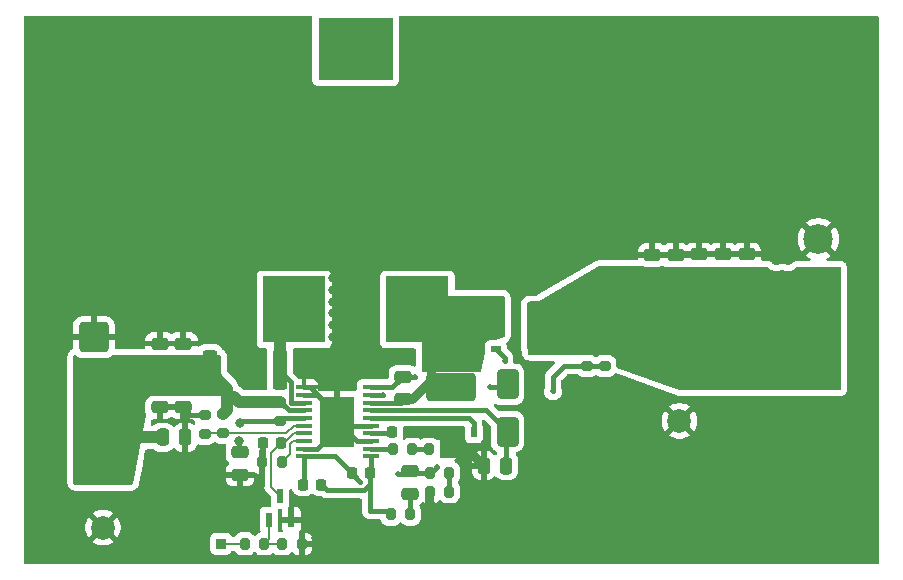
<source format=gbr>
%TF.GenerationSoftware,KiCad,Pcbnew,9.0.6*%
%TF.CreationDate,2026-02-11T18:38:51+01:00*%
%TF.ProjectId,Boost converter,426f6f73-7420-4636-9f6e-766572746572,B*%
%TF.SameCoordinates,Original*%
%TF.FileFunction,Copper,L1,Top*%
%TF.FilePolarity,Positive*%
%FSLAX46Y46*%
G04 Gerber Fmt 4.6, Leading zero omitted, Abs format (unit mm)*
G04 Created by KiCad (PCBNEW 9.0.6) date 2026-02-11 18:38:51*
%MOMM*%
%LPD*%
G01*
G04 APERTURE LIST*
G04 Aperture macros list*
%AMRoundRect*
0 Rectangle with rounded corners*
0 $1 Rounding radius*
0 $2 $3 $4 $5 $6 $7 $8 $9 X,Y pos of 4 corners*
0 Add a 4 corners polygon primitive as box body*
4,1,4,$2,$3,$4,$5,$6,$7,$8,$9,$2,$3,0*
0 Add four circle primitives for the rounded corners*
1,1,$1+$1,$2,$3*
1,1,$1+$1,$4,$5*
1,1,$1+$1,$6,$7*
1,1,$1+$1,$8,$9*
0 Add four rect primitives between the rounded corners*
20,1,$1+$1,$2,$3,$4,$5,0*
20,1,$1+$1,$4,$5,$6,$7,0*
20,1,$1+$1,$6,$7,$8,$9,0*
20,1,$1+$1,$8,$9,$2,$3,0*%
G04 Aperture macros list end*
%TA.AperFunction,SMDPad,CuDef*%
%ADD10R,0.860001X0.509999*%
%TD*%
%TA.AperFunction,SMDPad,CuDef*%
%ADD11RoundRect,0.366000X-0.854000X-1.734717X0.854000X-1.734717X0.854000X1.734717X-0.854000X1.734717X0*%
%TD*%
%TA.AperFunction,SMDPad,CuDef*%
%ADD12R,0.509999X0.860001*%
%TD*%
%TA.AperFunction,SMDPad,CuDef*%
%ADD13RoundRect,0.366000X1.734717X-0.854000X1.734717X0.854000X-1.734717X0.854000X-1.734717X-0.854000X0*%
%TD*%
%TA.AperFunction,SMDPad,CuDef*%
%ADD14RoundRect,0.200000X0.200000X0.275000X-0.200000X0.275000X-0.200000X-0.275000X0.200000X-0.275000X0*%
%TD*%
%TA.AperFunction,SMDPad,CuDef*%
%ADD15R,0.558800X1.270000*%
%TD*%
%TA.AperFunction,ComponentPad*%
%ADD16R,0.850000X0.850000*%
%TD*%
%TA.AperFunction,SMDPad,CuDef*%
%ADD17RoundRect,0.250000X0.475000X-0.250000X0.475000X0.250000X-0.475000X0.250000X-0.475000X-0.250000X0*%
%TD*%
%TA.AperFunction,ComponentPad*%
%ADD18RoundRect,0.250000X1.000000X-1.000000X1.000000X1.000000X-1.000000X1.000000X-1.000000X-1.000000X0*%
%TD*%
%TA.AperFunction,ComponentPad*%
%ADD19C,2.500000*%
%TD*%
%TA.AperFunction,SMDPad,CuDef*%
%ADD20RoundRect,0.250000X-0.475000X0.250000X-0.475000X-0.250000X0.475000X-0.250000X0.475000X0.250000X0*%
%TD*%
%TA.AperFunction,SMDPad,CuDef*%
%ADD21RoundRect,0.200000X-0.200000X-0.275000X0.200000X-0.275000X0.200000X0.275000X-0.200000X0.275000X0*%
%TD*%
%TA.AperFunction,SMDPad,CuDef*%
%ADD22RoundRect,0.250000X-0.362500X-1.425000X0.362500X-1.425000X0.362500X1.425000X-0.362500X1.425000X0*%
%TD*%
%TA.AperFunction,SMDPad,CuDef*%
%ADD23RoundRect,0.225000X-0.225000X-0.250000X0.225000X-0.250000X0.225000X0.250000X-0.225000X0.250000X0*%
%TD*%
%TA.AperFunction,SMDPad,CuDef*%
%ADD24RoundRect,0.225000X0.225000X0.250000X-0.225000X0.250000X-0.225000X-0.250000X0.225000X-0.250000X0*%
%TD*%
%TA.AperFunction,SMDPad,CuDef*%
%ADD25RoundRect,0.200000X-0.275000X0.200000X-0.275000X-0.200000X0.275000X-0.200000X0.275000X0.200000X0*%
%TD*%
%TA.AperFunction,SMDPad,CuDef*%
%ADD26RoundRect,0.200000X0.275000X-0.200000X0.275000X0.200000X-0.275000X0.200000X-0.275000X-0.200000X0*%
%TD*%
%TA.AperFunction,SMDPad,CuDef*%
%ADD27R,1.422400X0.355600*%
%TD*%
%TA.AperFunction,SMDPad,CuDef*%
%ADD28R,2.997200X4.191000*%
%TD*%
%TA.AperFunction,ComponentPad*%
%ADD29RoundRect,0.250000X-0.750000X0.750000X-0.750000X-0.750000X0.750000X-0.750000X0.750000X0.750000X0*%
%TD*%
%TA.AperFunction,ComponentPad*%
%ADD30C,2.000000*%
%TD*%
%TA.AperFunction,SMDPad,CuDef*%
%ADD31RoundRect,0.250000X0.250000X0.475000X-0.250000X0.475000X-0.250000X-0.475000X0.250000X-0.475000X0*%
%TD*%
%TA.AperFunction,SMDPad,CuDef*%
%ADD32RoundRect,0.250000X-0.650000X1.000000X-0.650000X-1.000000X0.650000X-1.000000X0.650000X1.000000X0*%
%TD*%
%TA.AperFunction,SMDPad,CuDef*%
%ADD33RoundRect,0.250000X-0.250000X-0.475000X0.250000X-0.475000X0.250000X0.475000X-0.250000X0.475000X0*%
%TD*%
%TA.AperFunction,ComponentPad*%
%ADD34RoundRect,0.250000X-1.000000X1.000000X-1.000000X-1.000000X1.000000X-1.000000X1.000000X1.000000X0*%
%TD*%
%TA.AperFunction,SMDPad,CuDef*%
%ADD35R,5.334000X5.588000*%
%TD*%
%TA.AperFunction,SMDPad,CuDef*%
%ADD36R,6.350000X5.283200*%
%TD*%
%TA.AperFunction,ViaPad*%
%ADD37C,0.800000*%
%TD*%
%TA.AperFunction,ViaPad*%
%ADD38C,0.500000*%
%TD*%
%TA.AperFunction,Conductor*%
%ADD39C,0.200000*%
%TD*%
%TA.AperFunction,Conductor*%
%ADD40C,0.400000*%
%TD*%
%TA.AperFunction,Conductor*%
%ADD41C,0.800000*%
%TD*%
%TA.AperFunction,Conductor*%
%ADD42C,1.000000*%
%TD*%
G04 APERTURE END LIST*
D10*
%TO.P,Q2,1,Source*%
%TO.N,/SW*%
X180250000Y-134690000D03*
%TO.P,Q2,2,Source*%
X180250000Y-135960000D03*
%TO.P,Q2,3,Source*%
X180250000Y-137230000D03*
%TO.P,Q2,4,Gate*%
%TO.N,/HO*%
X180250000Y-138500000D03*
%TO.P,Q2,5,Drain*%
%TO.N,+36V*%
X185889998Y-138500000D03*
%TO.P,Q2,6,Drain*%
X185889998Y-137230000D03*
%TO.P,Q2,7,Drain*%
X185889998Y-135960000D03*
D11*
%TO.P,Q2,8,Drain*%
X184089999Y-136590720D03*
D10*
X185889998Y-134690000D03*
%TD*%
D12*
%TO.P,Q1,1,Source*%
%TO.N,GND*%
X174595000Y-145569999D03*
%TO.P,Q1,2,Source*%
X175865000Y-145569999D03*
%TO.P,Q1,3,Source*%
X177135000Y-145569999D03*
%TO.P,Q1,4,Gate*%
%TO.N,/LO*%
X178405000Y-145569999D03*
%TO.P,Q1,5,Drain*%
%TO.N,/SW*%
X178405000Y-139930001D03*
%TO.P,Q1,6,Drain*%
X177135000Y-139930001D03*
%TO.P,Q1,7,Drain*%
X175865000Y-139930001D03*
D13*
%TO.P,Q1,8,Drain*%
X176495720Y-141730000D03*
D12*
X174595000Y-139930001D03*
%TD*%
D14*
%TO.P,R6,1*%
%TO.N,GND*%
X163825000Y-155000000D03*
%TO.P,R6,2*%
%TO.N,Net-(MOSFET1-G)*%
X162175000Y-155000000D03*
%TD*%
%TO.P,R3,1*%
%TO.N,Net-(MOSFET1-G)*%
X160650000Y-155000000D03*
%TO.P,R3,2*%
%TO.N,Net-(J3-Pin_1)*%
X159000000Y-155000000D03*
%TD*%
D15*
%TO.P,MOSFET1,1,G*%
%TO.N,Net-(MOSFET1-G)*%
X161047500Y-153000000D03*
%TO.P,MOSFET1,2,S*%
%TO.N,GND*%
X162952500Y-153000000D03*
%TO.P,MOSFET1,3,D*%
%TO.N,/SS*%
X162000000Y-150917200D03*
%TD*%
D16*
%TO.P,J3,1,Pin_1*%
%TO.N,Net-(J3-Pin_1)*%
X157000000Y-155000000D03*
%TD*%
D14*
%TO.P,R14,1*%
%TO.N,Net-(R13-Pad2)*%
X176325000Y-150600000D03*
%TO.P,R14,2*%
%TO.N,GND*%
X174675000Y-150600000D03*
%TD*%
D17*
%TO.P,C18,1*%
%TO.N,+36V*%
X197500000Y-132400000D03*
%TO.P,C18,2*%
%TO.N,GND*%
X197500000Y-130500000D03*
%TD*%
D18*
%TO.P,J2,1,Pin_1*%
%TO.N,+36V*%
X207567500Y-134200000D03*
D19*
%TO.P,J2,2,Pin_2*%
%TO.N,GND*%
X207567500Y-129200000D03*
%TD*%
D20*
%TO.P,C16,1*%
%TO.N,+18V*%
X153800000Y-141550000D03*
%TO.P,C16,2*%
%TO.N,GND*%
X153800000Y-143450000D03*
%TD*%
D21*
%TO.P,R13,1*%
%TO.N,FB*%
X174675000Y-149000000D03*
%TO.P,R13,2*%
%TO.N,Net-(R13-Pad2)*%
X176325000Y-149000000D03*
%TD*%
D22*
%TO.P,R5,1*%
%TO.N,+18V*%
X156037500Y-140250000D03*
%TO.P,R5,2*%
%TO.N,/CSN*%
X161962500Y-140250000D03*
%TD*%
D17*
%TO.P,C15,1*%
%TO.N,+18V*%
X153800000Y-139950000D03*
%TO.P,C15,2*%
%TO.N,GND*%
X153800000Y-138050000D03*
%TD*%
D21*
%TO.P,R11,1*%
%TO.N,/COMP*%
X171375000Y-152500000D03*
%TO.P,R11,2*%
%TO.N,Net-(C7-Pad1)*%
X173025000Y-152500000D03*
%TD*%
D23*
%TO.P,C3,1*%
%TO.N,GND*%
X160525000Y-146500000D03*
%TO.P,C3,2*%
%TO.N,/SS*%
X162075000Y-146500000D03*
%TD*%
D24*
%TO.P,C1,1*%
%TO.N,/COMP*%
X165500000Y-150000000D03*
%TO.P,C1,2*%
%TO.N,FB*%
X163950000Y-150000000D03*
%TD*%
D21*
%TO.P,R7,1*%
%TO.N,GND*%
X160475000Y-148100000D03*
%TO.P,R7,2*%
%TO.N,/SYNCIN*%
X162125000Y-148100000D03*
%TD*%
D20*
%TO.P,C4,1*%
%TO.N,/BST*%
X172400000Y-140850000D03*
%TO.P,C4,2*%
%TO.N,/SW*%
X172400000Y-142750000D03*
%TD*%
D25*
%TO.P,R15,1*%
%TO.N,+36V*%
X187970000Y-138300000D03*
%TO.P,R15,2*%
%TO.N,FB*%
X187970000Y-139950000D03*
%TD*%
D17*
%TO.P,C19,1*%
%TO.N,+36V*%
X199500000Y-132400000D03*
%TO.P,C19,2*%
%TO.N,GND*%
X199500000Y-130500000D03*
%TD*%
%TO.P,C9,1*%
%TO.N,+36V*%
X195500000Y-132450000D03*
%TO.P,C9,2*%
%TO.N,GND*%
X195500000Y-130550000D03*
%TD*%
D21*
%TO.P,R8,1*%
%TO.N,/SLOPE*%
X171550000Y-147000000D03*
%TO.P,R8,2*%
%TO.N,Net-(R10-Pad1)*%
X173200000Y-147000000D03*
%TD*%
%TO.P,R10,1*%
%TO.N,Net-(R10-Pad1)*%
X174575000Y-147000000D03*
%TO.P,R10,2*%
%TO.N,GND*%
X176225000Y-147000000D03*
%TD*%
D26*
%TO.P,R2,1*%
%TO.N,/UVLO*%
X155600000Y-145725000D03*
%TO.P,R2,2*%
%TO.N,GND*%
X155600000Y-144075000D03*
%TD*%
D25*
%TO.P,R4,1*%
%TO.N,+18V*%
X162000000Y-142975000D03*
%TO.P,R4,2*%
%TO.N,/VIN*%
X162000000Y-144625000D03*
%TD*%
D17*
%TO.P,C14,1*%
%TO.N,+18V*%
X151800000Y-139950000D03*
%TO.P,C14,2*%
%TO.N,GND*%
X151800000Y-138050000D03*
%TD*%
D23*
%TO.P,C5,1*%
%TO.N,/RES*%
X171475000Y-145500000D03*
%TO.P,C5,2*%
%TO.N,GND*%
X173025000Y-145500000D03*
%TD*%
D27*
%TO.P,U1,1,SYNCOUT*%
%TO.N,GND*%
X164000000Y-141750000D03*
%TO.P,U1,2,OPT*%
X164000000Y-142400001D03*
%TO.P,U1,3,CSN*%
%TO.N,/CSN*%
X164000000Y-143049999D03*
%TO.P,U1,4,CSP*%
%TO.N,+18V*%
X164000000Y-143700001D03*
%TO.P,U1,5,VIN*%
%TO.N,/VIN*%
X164000000Y-144349999D03*
%TO.P,U1,6,UVLO*%
%TO.N,/UVLO*%
X164000000Y-144999998D03*
%TO.P,U1,7,SS*%
%TO.N,/SS*%
X164000000Y-145649999D03*
%TO.P,U1,8,SYNCIN/RT*%
%TO.N,/SYNCIN*%
X164000000Y-146299998D03*
%TO.P,U1,9,AGND*%
%TO.N,GND*%
X164000000Y-146949999D03*
%TO.P,U1,10,FB*%
%TO.N,FB*%
X164000000Y-147599998D03*
%TO.P,U1,11,COMP*%
%TO.N,/COMP*%
X169689600Y-147600000D03*
%TO.P,U1,12,SLOPE*%
%TO.N,/SLOPE*%
X169689600Y-146950002D03*
%TO.P,U1,13,MODE*%
%TO.N,GND*%
X169689600Y-146300001D03*
%TO.P,U1,14,RES*%
%TO.N,/RES*%
X169689600Y-145650002D03*
%TO.P,U1,15,PGND*%
%TO.N,GND*%
X169689600Y-145000001D03*
%TO.P,U1,16,LO*%
%TO.N,/LO*%
X169689600Y-144350002D03*
%TO.P,U1,17,VCC*%
%TO.N,/VCC*%
X169689600Y-143700001D03*
%TO.P,U1,18,SW*%
%TO.N,/SW*%
X169689600Y-143050002D03*
%TO.P,U1,19,HO*%
%TO.N,/HO*%
X169689600Y-142400001D03*
%TO.P,U1,20,BST*%
%TO.N,/BST*%
X169689600Y-141750002D03*
D28*
%TO.P,U1,21,EP*%
%TO.N,GND*%
X166844800Y-144675000D03*
%TD*%
D29*
%TO.P,C10,1*%
%TO.N,+36V*%
X195800000Y-139600000D03*
D30*
%TO.P,C10,2*%
%TO.N,GND*%
X195800000Y-144600000D03*
%TD*%
D20*
%TO.P,C13,1*%
%TO.N,+18V*%
X151800000Y-141550000D03*
%TO.P,C13,2*%
%TO.N,GND*%
X151800000Y-143450000D03*
%TD*%
D24*
%TO.P,C6,1*%
%TO.N,/COMP*%
X169600000Y-149000000D03*
%TO.P,C6,2*%
%TO.N,FB*%
X168050000Y-149000000D03*
%TD*%
D17*
%TO.P,C2,1*%
%TO.N,GND*%
X158600000Y-149150000D03*
%TO.P,C2,2*%
%TO.N,/VIN*%
X158600000Y-147250000D03*
%TD*%
D31*
%TO.P,C8,1*%
%TO.N,/VCC*%
X181150000Y-148400000D03*
%TO.P,C8,2*%
%TO.N,GND*%
X179250000Y-148400000D03*
%TD*%
D25*
%TO.P,R12,1*%
%TO.N,+36V*%
X189500000Y-138300000D03*
%TO.P,R12,2*%
%TO.N,FB*%
X189500000Y-139950000D03*
%TD*%
D29*
%TO.P,C12,1*%
%TO.N,+18V*%
X147000000Y-148632323D03*
D30*
%TO.P,C12,2*%
%TO.N,GND*%
X147000000Y-153632323D03*
%TD*%
D32*
%TO.P,D1,1,K*%
%TO.N,/BST*%
X181250000Y-141500000D03*
%TO.P,D1,2,A*%
%TO.N,/VCC*%
X181250000Y-145500000D03*
%TD*%
D33*
%TO.P,C17,1*%
%TO.N,+18V*%
X152050000Y-146000000D03*
%TO.P,C17,2*%
%TO.N,GND*%
X153950000Y-146000000D03*
%TD*%
D17*
%TO.P,C11,1*%
%TO.N,+36V*%
X193500000Y-132450000D03*
%TO.P,C11,2*%
%TO.N,GND*%
X193500000Y-130550000D03*
%TD*%
D25*
%TO.P,R1,1*%
%TO.N,+18V*%
X157200000Y-143975000D03*
%TO.P,R1,2*%
%TO.N,/UVLO*%
X157200000Y-145625000D03*
%TD*%
D17*
%TO.P,C7,1*%
%TO.N,Net-(C7-Pad1)*%
X173000000Y-150750000D03*
%TO.P,C7,2*%
%TO.N,FB*%
X173000000Y-148850000D03*
%TD*%
D34*
%TO.P,J1,1,Pin_1*%
%TO.N,GND*%
X146232500Y-137500000D03*
D19*
%TO.P,J1,2,Pin_2*%
%TO.N,+18V*%
X146232500Y-142500000D03*
%TD*%
D35*
%TO.P,L1,1,1*%
%TO.N,/CSN*%
X163184999Y-135161301D03*
%TO.P,L1,2,2*%
%TO.N,/SW*%
X173614998Y-135161301D03*
D36*
%TO.P,L1,3*%
%TO.N,N/C*%
X168400000Y-113086300D03*
%TD*%
D17*
%TO.P,C20,1*%
%TO.N,+36V*%
X201500000Y-132400000D03*
%TO.P,C20,2*%
%TO.N,GND*%
X201500000Y-130500000D03*
%TD*%
D37*
%TO.N,GND*%
X200000000Y-127000000D03*
X187500000Y-147500000D03*
X152500000Y-120000000D03*
X187500000Y-154500000D03*
X183000000Y-130000000D03*
X210000000Y-117500000D03*
X183000000Y-114000000D03*
X183000000Y-117000000D03*
X195500000Y-128000000D03*
X167500000Y-152500000D03*
X190000000Y-150000000D03*
X192500000Y-125000000D03*
X200000000Y-154500000D03*
X149000000Y-154500000D03*
X183000000Y-116000000D03*
X145000000Y-122500000D03*
X155500000Y-149000000D03*
X147500000Y-117500000D03*
X210000000Y-122500000D03*
X145000000Y-112500000D03*
X197800000Y-146400000D03*
X144500000Y-135000000D03*
X164500000Y-139000000D03*
X177500000Y-154500000D03*
X211000000Y-129500000D03*
X145000000Y-130000000D03*
X192500000Y-147500000D03*
X145000000Y-125000000D03*
X182500000Y-154500000D03*
X193800000Y-143600000D03*
X211000000Y-127500000D03*
X175000000Y-154500000D03*
X158500000Y-131500000D03*
X195000000Y-115000000D03*
X197500000Y-128000000D03*
X200500000Y-129000000D03*
X205000000Y-112500000D03*
X177500000Y-131500000D03*
X207500000Y-120000000D03*
X152500000Y-122500000D03*
X210000000Y-112500000D03*
X154500000Y-135500000D03*
X200000000Y-125000000D03*
X201500000Y-128000000D03*
X195500000Y-129000000D03*
X146500000Y-134000000D03*
X159500000Y-134500000D03*
X192500000Y-120000000D03*
X165000000Y-154500000D03*
X195000000Y-117500000D03*
X171000000Y-139000000D03*
X185000000Y-115000000D03*
X153500000Y-131000000D03*
X209500000Y-152500000D03*
X154500000Y-149000000D03*
X199500000Y-129000000D03*
X200000000Y-115000000D03*
X187500000Y-125000000D03*
X168000000Y-131500000D03*
X148500000Y-138000000D03*
X185000000Y-127000000D03*
X187500000Y-120000000D03*
X174750000Y-151750000D03*
X166500000Y-131500000D03*
X147500000Y-132500000D03*
X152500000Y-148000000D03*
X197800000Y-145400000D03*
X183000000Y-127000000D03*
X183000000Y-131000000D03*
X198800000Y-146400000D03*
X159500000Y-137500000D03*
X202500000Y-128000000D03*
X192800000Y-144600000D03*
X143500000Y-138500000D03*
X153500000Y-117000000D03*
X198800000Y-145400000D03*
X185000000Y-154500000D03*
X145500000Y-134000000D03*
X190000000Y-120000000D03*
X205000000Y-131000000D03*
X192500000Y-128000000D03*
X152500000Y-117500000D03*
X205000000Y-115000000D03*
X152500000Y-125000000D03*
X142500000Y-132500000D03*
X205000000Y-152500000D03*
X170000000Y-154500000D03*
X205000000Y-154500000D03*
X152500000Y-149000000D03*
X153500000Y-116000000D03*
X149000000Y-152500000D03*
X195000000Y-152500000D03*
X197500000Y-152500000D03*
X147500000Y-130000000D03*
X192500000Y-152500000D03*
X147500000Y-125000000D03*
X192800000Y-143600000D03*
X183000000Y-123000000D03*
X166500000Y-132500000D03*
X154500000Y-136500000D03*
X205000000Y-120000000D03*
X183000000Y-124000000D03*
X152500000Y-112500000D03*
X144500000Y-153500000D03*
X210000000Y-120000000D03*
X147500000Y-122500000D03*
X179000000Y-151000000D03*
X185000000Y-150000000D03*
X202500000Y-125000000D03*
X202500000Y-117500000D03*
X197500000Y-122500000D03*
X153500000Y-113000000D03*
X195000000Y-127000000D03*
X185000000Y-147500000D03*
X153500000Y-119000000D03*
X183000000Y-129000000D03*
X209500000Y-154500000D03*
X170000000Y-139000000D03*
X193800000Y-145600000D03*
X145500000Y-135000000D03*
X192500000Y-154500000D03*
X183000000Y-119000000D03*
X153500000Y-122000000D03*
X152500000Y-135500000D03*
X148500000Y-137000000D03*
X167800000Y-144200000D03*
X153500000Y-118000000D03*
X147500000Y-115000000D03*
X192500000Y-150000000D03*
X149000000Y-155500000D03*
X166500000Y-133500000D03*
X177500000Y-147250000D03*
X197500000Y-154500000D03*
X149500000Y-138000000D03*
X185000000Y-117500000D03*
X142500000Y-112500000D03*
X197500000Y-129000000D03*
X160000000Y-150500000D03*
X190000000Y-127000000D03*
X190000000Y-147500000D03*
X195000000Y-125000000D03*
X153500000Y-149000000D03*
X212000000Y-154500000D03*
X145000000Y-120000000D03*
X155000000Y-154500000D03*
X152500000Y-136500000D03*
X152500000Y-130000000D03*
X143500000Y-137500000D03*
X159500000Y-131500000D03*
X145000000Y-132500000D03*
X153500000Y-130000000D03*
X202500000Y-120000000D03*
X205000000Y-122500000D03*
X145000000Y-115000000D03*
X197500000Y-115000000D03*
X205000000Y-117500000D03*
X150000000Y-112500000D03*
X143500000Y-152500000D03*
X198500000Y-128000000D03*
X153500000Y-135500000D03*
X202500000Y-154500000D03*
X170000000Y-132500000D03*
X195000000Y-122500000D03*
X183000000Y-118000000D03*
X181000000Y-151000000D03*
X193800000Y-144600000D03*
X142500000Y-125000000D03*
X181500000Y-131500000D03*
X197500000Y-127000000D03*
X149500000Y-136000000D03*
X180500000Y-131500000D03*
X147500000Y-112500000D03*
X187500000Y-117500000D03*
X153500000Y-111000000D03*
X170000000Y-135500000D03*
X200000000Y-112500000D03*
X204000000Y-129000000D03*
X183000000Y-121000000D03*
X183000000Y-120000000D03*
X198500000Y-129000000D03*
X210000000Y-115000000D03*
X202500000Y-115000000D03*
X195000000Y-154500000D03*
X183000000Y-113000000D03*
X155000000Y-150500000D03*
X153500000Y-136500000D03*
X166500000Y-137500000D03*
X163500000Y-139000000D03*
X190000000Y-115000000D03*
X155500000Y-131500000D03*
X165800000Y-144200000D03*
X152500000Y-115000000D03*
X190000000Y-152500000D03*
X150000000Y-120000000D03*
X150000000Y-154500000D03*
X195000000Y-120000000D03*
X201500000Y-129000000D03*
X185000000Y-120000000D03*
X193500000Y-128000000D03*
X150000000Y-152500000D03*
X205000000Y-129000000D03*
X178000000Y-151000000D03*
X207500000Y-115000000D03*
X142500000Y-138500000D03*
X165000000Y-152500000D03*
X153500000Y-126000000D03*
X202500000Y-122500000D03*
X183000000Y-112000000D03*
X197500000Y-125000000D03*
X143500000Y-136500000D03*
X150000000Y-117500000D03*
X144500000Y-152500000D03*
X202500000Y-112500000D03*
X150000000Y-153500000D03*
X144500000Y-154500000D03*
X195000000Y-112500000D03*
X145000000Y-127500000D03*
X190000000Y-154500000D03*
X151500000Y-136500000D03*
X157500000Y-131500000D03*
X170000000Y-131500000D03*
X179000000Y-150000000D03*
X159500000Y-132500000D03*
X207500000Y-154500000D03*
X169000000Y-131500000D03*
X200500000Y-128000000D03*
X153500000Y-114000000D03*
X167800000Y-145200000D03*
X147500000Y-127500000D03*
X195000000Y-150000000D03*
X153500000Y-112000000D03*
X170000000Y-136500000D03*
X197500000Y-120000000D03*
X153500000Y-124000000D03*
X192500000Y-127000000D03*
X180000000Y-150000000D03*
X202500000Y-129000000D03*
X183000000Y-115000000D03*
X205000000Y-128000000D03*
X159500000Y-135500000D03*
X150000000Y-115000000D03*
X191500000Y-129000000D03*
X166800000Y-146200000D03*
X154500000Y-148000000D03*
X200000000Y-120000000D03*
X172500000Y-154500000D03*
X166800000Y-144700000D03*
X143500000Y-155500000D03*
X156500000Y-131500000D03*
X170000000Y-137500000D03*
X185000000Y-122500000D03*
X155500000Y-148000000D03*
X166500000Y-139000000D03*
X199500000Y-128000000D03*
X187500000Y-150000000D03*
X150000000Y-132500000D03*
X159500000Y-133500000D03*
X198800000Y-144400000D03*
X192500000Y-122500000D03*
X187500000Y-122500000D03*
X192500000Y-129000000D03*
X196500000Y-128000000D03*
X192800000Y-145600000D03*
X152500000Y-154500000D03*
X190000000Y-122500000D03*
X157500000Y-150500000D03*
X191500000Y-128000000D03*
X144500000Y-155500000D03*
X207500000Y-122500000D03*
X144500000Y-134000000D03*
X167500000Y-154500000D03*
X192500000Y-115000000D03*
X165500000Y-139000000D03*
X153500000Y-123000000D03*
X142500000Y-137500000D03*
X207500000Y-152500000D03*
X187500000Y-127000000D03*
X153500000Y-128000000D03*
X151500000Y-135500000D03*
X211000000Y-128500000D03*
X142500000Y-136500000D03*
X183000000Y-122000000D03*
X211000000Y-130500000D03*
X166500000Y-134500000D03*
X187500000Y-115000000D03*
X192500000Y-112500000D03*
X147500000Y-135000000D03*
X153500000Y-148000000D03*
X153500000Y-115000000D03*
X187500000Y-152500000D03*
X194500000Y-128000000D03*
X172000000Y-139000000D03*
X150000000Y-130000000D03*
X149000000Y-153500000D03*
X183000000Y-111000000D03*
X183000000Y-128000000D03*
X142500000Y-130000000D03*
X146500000Y-135000000D03*
X150000000Y-127500000D03*
X152500000Y-150500000D03*
X198800000Y-143400000D03*
X154100000Y-144075000D03*
X157500000Y-152500000D03*
X192500000Y-117500000D03*
X204000000Y-130000000D03*
X173000000Y-139000000D03*
X142500000Y-117500000D03*
X200000000Y-117500000D03*
X192800000Y-146600000D03*
X204000000Y-131000000D03*
X145000000Y-117500000D03*
X190000000Y-112500000D03*
X143500000Y-153500000D03*
X180000000Y-151000000D03*
X210000000Y-128500000D03*
X205000000Y-130000000D03*
X170000000Y-134500000D03*
X197500000Y-150000000D03*
X150000000Y-122500000D03*
X142500000Y-122500000D03*
X150000000Y-125000000D03*
X142500000Y-127500000D03*
X153500000Y-121000000D03*
X193800000Y-146600000D03*
X152500000Y-127500000D03*
X180000000Y-154500000D03*
X190000000Y-125000000D03*
X153500000Y-127000000D03*
X185000000Y-152500000D03*
X185000000Y-125000000D03*
X210000000Y-127500000D03*
X204000000Y-128000000D03*
X207500000Y-117500000D03*
X165800000Y-145200000D03*
X166500000Y-136500000D03*
X142500000Y-115000000D03*
X143500000Y-139500000D03*
X166800000Y-143200000D03*
X147500000Y-120000000D03*
X155000000Y-152500000D03*
X200000000Y-152500000D03*
X153500000Y-120000000D03*
X202500000Y-152500000D03*
X196500000Y-129000000D03*
X153500000Y-125000000D03*
X148500000Y-136000000D03*
X154500000Y-131500000D03*
X153500000Y-129000000D03*
X193500000Y-129000000D03*
X152500000Y-132500000D03*
X149500000Y-137000000D03*
X142500000Y-139500000D03*
X190000000Y-117500000D03*
X178000000Y-150000000D03*
X194500000Y-129000000D03*
X187500000Y-112500000D03*
X150000000Y-155500000D03*
X166500000Y-135500000D03*
X185000000Y-112500000D03*
X142500000Y-120000000D03*
X210000000Y-130500000D03*
X152500000Y-152500000D03*
X183000000Y-126000000D03*
X159500000Y-136500000D03*
X143500000Y-154500000D03*
X207500000Y-112500000D03*
X207500000Y-125000000D03*
X170000000Y-133500000D03*
X147500000Y-134000000D03*
X197500000Y-112500000D03*
X212000000Y-152500000D03*
X197800000Y-143400000D03*
X200000000Y-122500000D03*
X200000000Y-150000000D03*
X197500000Y-117500000D03*
X205000000Y-125000000D03*
X179500000Y-131500000D03*
X183000000Y-125000000D03*
X178500000Y-131500000D03*
X197800000Y-144400000D03*
X181000000Y-150000000D03*
X210000000Y-129500000D03*
D38*
%TO.N,/HO*%
X170700000Y-142400002D03*
X181000000Y-139500000D03*
D37*
%TO.N,+18V*%
X157500000Y-142600000D03*
%TO.N,/VIN*%
X158515431Y-146325000D03*
X158600000Y-144800000D03*
D38*
%TO.N,/BST*%
X179800000Y-141750002D03*
X173400000Y-140900000D03*
%TO.N,FB*%
X185100000Y-142100000D03*
X168800000Y-149800000D03*
X175300000Y-148500000D03*
X172000000Y-149100000D03*
%TD*%
D39*
%TO.N,Net-(J3-Pin_1)*%
X159000000Y-155000000D02*
X157000000Y-155000000D01*
%TO.N,Net-(MOSFET1-G)*%
X160650000Y-155000000D02*
X162175000Y-155000000D01*
X161047500Y-153000000D02*
X161047500Y-154602500D01*
X161047500Y-154602500D02*
X160650000Y-155000000D01*
%TO.N,/SS*%
X162075000Y-146500000D02*
X161250000Y-147325000D01*
X161250000Y-147325000D02*
X161250000Y-150167200D01*
X161250000Y-150167200D02*
X162000000Y-150917200D01*
D40*
%TO.N,/SW*%
X172199998Y-143050002D02*
X172400000Y-142850000D01*
X172099998Y-143050002D02*
X172400000Y-142750000D01*
X169689600Y-143050002D02*
X172099998Y-143050002D01*
D41*
X173125000Y-142750000D02*
X174730000Y-141145000D01*
X172400000Y-142750000D02*
X173125000Y-142750000D01*
X174730000Y-141145000D02*
X174730000Y-140110002D01*
%TO.N,GND*%
X174575000Y-150600000D02*
X174575000Y-151575000D01*
D40*
X167169801Y-145000001D02*
X166844800Y-144675000D01*
X160475000Y-150025000D02*
X160000000Y-150500000D01*
X160525000Y-148050000D02*
X160475000Y-148100000D01*
D41*
X178100000Y-147250000D02*
X179250000Y-148400000D01*
D40*
X169689600Y-145000001D02*
X167169801Y-145000001D01*
X160525000Y-146500000D02*
X160525000Y-148050000D01*
X169689600Y-146300001D02*
X168469801Y-146300001D01*
X166844800Y-144133601D02*
X165111200Y-142400001D01*
X160475000Y-148100000D02*
X160475000Y-150025000D01*
D41*
X174575000Y-151575000D02*
X174750000Y-151750000D01*
D40*
X165111200Y-142400001D02*
X164000000Y-142400001D01*
X166844800Y-144675000D02*
X166844800Y-144133601D01*
X164000000Y-141750000D02*
X164533400Y-141750000D01*
X164000000Y-146949999D02*
X165111200Y-146949999D01*
X164533400Y-141750000D02*
X166844800Y-144061400D01*
D41*
X177500000Y-147250000D02*
X178100000Y-147250000D01*
D40*
X165111200Y-146949999D02*
X166800000Y-145261199D01*
X166844800Y-144061400D02*
X166844800Y-144675000D01*
X168469801Y-146300001D02*
X166844800Y-144675000D01*
X155800000Y-144075000D02*
X154100000Y-144075000D01*
X166800000Y-145261199D02*
X166800000Y-144700000D01*
%TO.N,/LO*%
X177950002Y-144350002D02*
X178400000Y-144800000D01*
X169689600Y-144350002D02*
X177950002Y-144350002D01*
X178400000Y-144800000D02*
X178400000Y-145610000D01*
%TO.N,/HO*%
X170699999Y-142400001D02*
X170700000Y-142400002D01*
X169689600Y-142400001D02*
X170699999Y-142400001D01*
X181000000Y-139500000D02*
X181000000Y-139250000D01*
X181000000Y-139250000D02*
X180250000Y-138500000D01*
D42*
%TO.N,+18V*%
X157500000Y-142600000D02*
X157500000Y-143675000D01*
X158125000Y-142600000D02*
X158500000Y-142975000D01*
X157500000Y-142600000D02*
X157500000Y-141862500D01*
X158500000Y-142975000D02*
X161986801Y-142975000D01*
X157500000Y-141862500D02*
X156037500Y-140400000D01*
X152050000Y-146000000D02*
X148500000Y-146000000D01*
X157500000Y-143675000D02*
X157200000Y-143975000D01*
X157500000Y-142600000D02*
X158125000Y-142600000D01*
D40*
X164000000Y-143700001D02*
X162725001Y-143700001D01*
X162725001Y-143700001D02*
X162000000Y-142975000D01*
%TO.N,/VIN*%
X158515431Y-147165431D02*
X158600000Y-147250000D01*
X158775000Y-144625000D02*
X158600000Y-144800000D01*
X162275001Y-144349999D02*
X162000000Y-144625000D01*
X164000000Y-144349999D02*
X162275001Y-144349999D01*
X158515431Y-146325000D02*
X158515431Y-147165431D01*
D41*
X161975000Y-144600000D02*
X162000000Y-144625000D01*
D40*
X162000000Y-144625000D02*
X158775000Y-144625000D01*
D39*
%TO.N,/SS*%
X162075000Y-146500000D02*
X162308998Y-146500000D01*
X162308998Y-146500000D02*
X163158999Y-145649999D01*
X163158999Y-145649999D02*
X164000000Y-145649999D01*
D40*
%TO.N,/BST*%
X171499998Y-141750002D02*
X172400000Y-140850000D01*
X179800000Y-141750002D02*
X180999998Y-141750002D01*
X172400000Y-140850000D02*
X173350000Y-140850000D01*
X180999998Y-141750002D02*
X181250000Y-141500000D01*
X173350000Y-140850000D02*
X173400000Y-140900000D01*
X169689600Y-141750002D02*
X171499998Y-141750002D01*
%TO.N,/RES*%
X171475000Y-145500000D02*
X171324998Y-145650002D01*
X171324998Y-145650002D02*
X169689600Y-145650002D01*
%TO.N,/COMP*%
X169689600Y-148910400D02*
X169600000Y-149000000D01*
X169600000Y-149920654D02*
X169600000Y-149000000D01*
X165500000Y-150000000D02*
X165951000Y-150451000D01*
X169600000Y-152225000D02*
X169625000Y-152200000D01*
X169689600Y-147600000D02*
X169689600Y-148910400D01*
X169600000Y-149000000D02*
X169600000Y-152225000D01*
X165951000Y-150451000D02*
X169069654Y-150451000D01*
X171075000Y-152200000D02*
X171375000Y-152500000D01*
X169069654Y-150451000D02*
X169600000Y-149920654D01*
X169625000Y-152200000D02*
X171075000Y-152200000D01*
%TO.N,FB*%
X172000000Y-149100000D02*
X172925000Y-149100000D01*
X164000000Y-147599998D02*
X164000000Y-149950000D01*
X186000000Y-139950000D02*
X189500000Y-139950000D01*
X174575000Y-149000000D02*
X174800000Y-149000000D01*
X185100000Y-140850000D02*
X186000000Y-139950000D01*
X173000000Y-149025000D02*
X174550000Y-149025000D01*
X174800000Y-149000000D02*
X175300000Y-148500000D01*
X172925000Y-149100000D02*
X173000000Y-149025000D01*
X174575000Y-149000000D02*
X174700000Y-149000000D01*
X168050000Y-149050000D02*
X168800000Y-149800000D01*
X168050000Y-149000000D02*
X168050000Y-149050000D01*
X185100000Y-142100000D02*
X185100000Y-140850000D01*
X164000000Y-149950000D02*
X163950000Y-150000000D01*
X174550000Y-149025000D02*
X174575000Y-149000000D01*
X166649998Y-147599998D02*
X168050000Y-149000000D01*
X164000000Y-147599998D02*
X166649998Y-147599998D01*
%TO.N,Net-(C7-Pad1)*%
X173000000Y-150575000D02*
X173000000Y-152175000D01*
X173000000Y-152175000D02*
X173025000Y-152200000D01*
%TO.N,/VCC*%
X181150000Y-148400000D02*
X181150000Y-145600000D01*
X181250000Y-145500000D02*
X179450001Y-143700001D01*
X179450001Y-143700001D02*
X169689600Y-143700001D01*
X181150000Y-145600000D02*
X181250000Y-145500000D01*
D39*
%TO.N,/UVLO*%
X157500000Y-145625000D02*
X155900000Y-145625000D01*
X157500000Y-145625000D02*
X162533999Y-145625000D01*
X163159001Y-144999998D02*
X164000000Y-144999998D01*
X162533999Y-145625000D02*
X163159001Y-144999998D01*
X155900000Y-145625000D02*
X155800000Y-145725000D01*
%TO.N,/SYNCIN*%
X162125000Y-148100000D02*
X162826000Y-147399000D01*
X163088800Y-146299998D02*
X164000000Y-146299998D01*
X162826000Y-147399000D02*
X162826000Y-146562798D01*
X162826000Y-146562798D02*
X163088800Y-146299998D01*
D40*
%TO.N,Net-(R10-Pad1)*%
X174575000Y-147000000D02*
X173200000Y-147000000D01*
%TO.N,/SLOPE*%
X171550000Y-147000000D02*
X169739598Y-147000000D01*
X169739598Y-147000000D02*
X169689600Y-146950002D01*
%TO.N,Net-(R13-Pad2)*%
X176325000Y-149100000D02*
X176325000Y-150500000D01*
X176225000Y-149000000D02*
X176325000Y-149100000D01*
X176325000Y-150500000D02*
X176225000Y-150600000D01*
D42*
%TO.N,/CSN*%
X161962500Y-140400000D02*
X161962500Y-136383800D01*
D40*
X164000000Y-143049999D02*
X162958998Y-143049999D01*
X162958998Y-143049999D02*
X162887800Y-142978801D01*
D42*
X161962500Y-136383800D02*
X163184999Y-135161301D01*
D40*
X162887800Y-142978801D02*
X162887800Y-141325300D01*
X162887800Y-141325300D02*
X161962500Y-140400000D01*
%TD*%
%TA.AperFunction,Conductor*%
%TO.N,GND*%
G36*
X164667539Y-110320185D02*
G01*
X164713294Y-110372989D01*
X164724500Y-110424500D01*
X164724500Y-115775770D01*
X164724501Y-115775776D01*
X164730908Y-115835383D01*
X164781202Y-115970228D01*
X164781206Y-115970235D01*
X164867452Y-116085444D01*
X164867455Y-116085447D01*
X164982664Y-116171693D01*
X164982671Y-116171697D01*
X165117517Y-116221991D01*
X165117516Y-116221991D01*
X165124444Y-116222735D01*
X165177127Y-116228400D01*
X171622872Y-116228399D01*
X171682483Y-116221991D01*
X171817331Y-116171696D01*
X171932546Y-116085446D01*
X172018796Y-115970231D01*
X172069091Y-115835383D01*
X172075500Y-115775773D01*
X172075499Y-110424499D01*
X172095184Y-110357461D01*
X172147988Y-110311706D01*
X172199499Y-110300500D01*
X212575500Y-110300500D01*
X212642539Y-110320185D01*
X212688294Y-110372989D01*
X212699500Y-110424500D01*
X212699500Y-156575500D01*
X212679815Y-156642539D01*
X212627011Y-156688294D01*
X212575500Y-156699500D01*
X140424500Y-156699500D01*
X140357461Y-156679815D01*
X140311706Y-156627011D01*
X140300500Y-156575500D01*
X140300500Y-153514270D01*
X145500000Y-153514270D01*
X145500000Y-153750375D01*
X145536934Y-153983570D01*
X145609897Y-154208125D01*
X145717087Y-154418497D01*
X145777338Y-154501427D01*
X145777340Y-154501428D01*
X146517037Y-153761731D01*
X146534075Y-153825316D01*
X146599901Y-153939330D01*
X146692993Y-154032422D01*
X146807007Y-154098248D01*
X146870590Y-154115285D01*
X146130893Y-154854981D01*
X146213828Y-154915237D01*
X146424197Y-155022425D01*
X146648752Y-155095388D01*
X146648751Y-155095388D01*
X146881948Y-155132323D01*
X147118052Y-155132323D01*
X147351247Y-155095388D01*
X147575802Y-155022425D01*
X147786163Y-154915241D01*
X147786169Y-154915237D01*
X147869104Y-154854981D01*
X147869105Y-154854981D01*
X147129408Y-154115285D01*
X147192993Y-154098248D01*
X147307007Y-154032422D01*
X147400099Y-153939330D01*
X147465925Y-153825316D01*
X147482962Y-153761732D01*
X148222658Y-154501428D01*
X148222658Y-154501427D01*
X148282914Y-154418492D01*
X148282918Y-154418486D01*
X148390102Y-154208125D01*
X148463065Y-153983570D01*
X148500000Y-153750375D01*
X148500000Y-153514270D01*
X148463065Y-153281075D01*
X148390102Y-153056520D01*
X148282914Y-152846151D01*
X148222658Y-152763217D01*
X148222658Y-152763216D01*
X147482962Y-153502913D01*
X147465925Y-153439330D01*
X147400099Y-153325316D01*
X147307007Y-153232224D01*
X147192993Y-153166398D01*
X147129409Y-153149360D01*
X147869105Y-152409663D01*
X147869104Y-152409661D01*
X147786174Y-152349410D01*
X147575802Y-152242220D01*
X147351247Y-152169257D01*
X147351248Y-152169257D01*
X147118052Y-152132323D01*
X146881948Y-152132323D01*
X146648752Y-152169257D01*
X146424197Y-152242220D01*
X146213830Y-152349407D01*
X146130894Y-152409663D01*
X146870591Y-153149360D01*
X146807007Y-153166398D01*
X146692993Y-153232224D01*
X146599901Y-153325316D01*
X146534075Y-153439330D01*
X146517037Y-153502914D01*
X145777340Y-152763217D01*
X145717084Y-152846153D01*
X145609897Y-153056520D01*
X145536934Y-153281075D01*
X145500000Y-153514270D01*
X140300500Y-153514270D01*
X140300500Y-139128230D01*
X143994500Y-139128230D01*
X143994500Y-149876000D01*
X143994501Y-149876009D01*
X144006052Y-149983450D01*
X144006054Y-149983462D01*
X144017260Y-150034972D01*
X144051383Y-150137497D01*
X144051386Y-150137503D01*
X144129171Y-150258537D01*
X144129179Y-150258548D01*
X144174923Y-150311340D01*
X144174926Y-150311343D01*
X144174930Y-150311347D01*
X144283664Y-150405567D01*
X144283667Y-150405568D01*
X144283668Y-150405569D01*
X144380938Y-150449992D01*
X144414541Y-150465338D01*
X144481580Y-150485023D01*
X144481584Y-150485024D01*
X144624000Y-150505500D01*
X144624003Y-150505500D01*
X149398342Y-150505500D01*
X149398344Y-150505500D01*
X149398349Y-150505499D01*
X149398366Y-150505499D01*
X149456606Y-150502131D01*
X149462119Y-150501491D01*
X149484995Y-150498837D01*
X149542466Y-150488780D01*
X149676411Y-150436242D01*
X149737163Y-150401732D01*
X149737169Y-150401728D01*
X149850885Y-150313581D01*
X149935162Y-150196966D01*
X149967612Y-150135088D01*
X150015620Y-149999455D01*
X150125514Y-149449986D01*
X157375001Y-149449986D01*
X157385494Y-149552697D01*
X157440641Y-149719119D01*
X157440643Y-149719124D01*
X157532684Y-149868345D01*
X157656654Y-149992315D01*
X157805875Y-150084356D01*
X157805880Y-150084358D01*
X157972302Y-150139505D01*
X157972309Y-150139506D01*
X158075019Y-150149999D01*
X158349999Y-150149999D01*
X158850000Y-150149999D01*
X159124972Y-150149999D01*
X159124986Y-150149998D01*
X159227697Y-150139505D01*
X159394119Y-150084358D01*
X159394124Y-150084356D01*
X159543345Y-149992315D01*
X159667315Y-149868345D01*
X159759356Y-149719124D01*
X159759358Y-149719119D01*
X159814505Y-149552697D01*
X159814506Y-149552690D01*
X159824999Y-149449986D01*
X159825000Y-149449973D01*
X159825000Y-149400000D01*
X158850000Y-149400000D01*
X158850000Y-150149999D01*
X158349999Y-150149999D01*
X158350000Y-150149998D01*
X158350000Y-149400000D01*
X157375001Y-149400000D01*
X157375001Y-149449986D01*
X150125514Y-149449986D01*
X150266610Y-148744505D01*
X150595475Y-147100182D01*
X150627925Y-147038304D01*
X150688677Y-147003794D01*
X150717067Y-147000500D01*
X151212770Y-147000500D01*
X151279809Y-147020185D01*
X151300451Y-147036819D01*
X151331344Y-147067712D01*
X151480666Y-147159814D01*
X151647203Y-147214999D01*
X151749991Y-147225500D01*
X152350008Y-147225499D01*
X152350016Y-147225498D01*
X152350019Y-147225498D01*
X152406302Y-147219748D01*
X152452797Y-147214999D01*
X152619334Y-147159814D01*
X152768656Y-147067712D01*
X152892712Y-146943656D01*
X152894752Y-146940347D01*
X152896745Y-146938555D01*
X152897193Y-146937989D01*
X152897289Y-146938065D01*
X152946694Y-146893623D01*
X153015656Y-146882395D01*
X153079740Y-146910234D01*
X153105829Y-146940339D01*
X153107681Y-146943341D01*
X153107683Y-146943344D01*
X153231654Y-147067315D01*
X153380875Y-147159356D01*
X153380880Y-147159358D01*
X153547302Y-147214505D01*
X153547309Y-147214506D01*
X153650019Y-147224999D01*
X153699999Y-147224998D01*
X153700000Y-147224998D01*
X153700000Y-144775000D01*
X153699999Y-144774999D01*
X153650029Y-144775000D01*
X153650011Y-144775001D01*
X153547302Y-144785494D01*
X153380880Y-144840641D01*
X153380875Y-144840643D01*
X153231654Y-144932684D01*
X153107683Y-145056655D01*
X153107679Y-145056660D01*
X153105826Y-145059665D01*
X153104018Y-145061290D01*
X153103202Y-145062323D01*
X153103025Y-145062183D01*
X153053874Y-145106385D01*
X152984911Y-145117601D01*
X152920831Y-145089752D01*
X152894753Y-145059653D01*
X152894737Y-145059628D01*
X152892712Y-145056344D01*
X152768656Y-144932288D01*
X152647977Y-144857853D01*
X152619336Y-144840187D01*
X152619331Y-144840185D01*
X152591353Y-144830914D01*
X152452797Y-144785001D01*
X152452795Y-144785000D01*
X152350010Y-144774500D01*
X151749998Y-144774500D01*
X151749980Y-144774501D01*
X151647203Y-144785000D01*
X151647200Y-144785001D01*
X151480668Y-144840185D01*
X151480663Y-144840187D01*
X151331342Y-144932289D01*
X151300451Y-144963181D01*
X151273523Y-144977884D01*
X151247705Y-144994477D01*
X151241504Y-144995368D01*
X151239128Y-144996666D01*
X151212770Y-144999500D01*
X151166866Y-144999500D01*
X151099827Y-144979815D01*
X151054072Y-144927011D01*
X151044128Y-144857853D01*
X151045270Y-144851200D01*
X151106406Y-144545519D01*
X151138855Y-144483646D01*
X151199606Y-144449135D01*
X151240601Y-144446483D01*
X151275021Y-144449999D01*
X151549999Y-144449999D01*
X152050000Y-144449999D01*
X152324972Y-144449999D01*
X152324986Y-144449998D01*
X152427697Y-144439505D01*
X152594119Y-144384358D01*
X152594130Y-144384353D01*
X152734903Y-144297523D01*
X152802295Y-144279082D01*
X152865097Y-144297523D01*
X153005869Y-144384353D01*
X153005880Y-144384358D01*
X153172302Y-144439505D01*
X153172309Y-144439506D01*
X153275019Y-144449999D01*
X153549999Y-144449999D01*
X153550000Y-144449998D01*
X153550000Y-143700000D01*
X152050000Y-143700000D01*
X152050000Y-144449999D01*
X151549999Y-144449999D01*
X151550000Y-144449998D01*
X151550000Y-143574000D01*
X151569685Y-143506961D01*
X151622489Y-143461206D01*
X151674000Y-143450000D01*
X151800000Y-143450000D01*
X151800000Y-143324000D01*
X151819685Y-143256961D01*
X151872489Y-143211206D01*
X151924000Y-143200000D01*
X153676000Y-143200000D01*
X153743039Y-143219685D01*
X153788794Y-143272489D01*
X153800000Y-143324000D01*
X153800000Y-143450000D01*
X153926000Y-143450000D01*
X153993039Y-143469685D01*
X154038794Y-143522489D01*
X154050000Y-143574000D01*
X154050000Y-144449999D01*
X154324972Y-144449999D01*
X154324986Y-144449998D01*
X154427695Y-144439506D01*
X154503073Y-144414528D01*
X154572902Y-144412126D01*
X154632944Y-144447857D01*
X154660463Y-144495343D01*
X154681981Y-144564396D01*
X154769927Y-144709877D01*
X154774554Y-144715783D01*
X154771919Y-144717846D01*
X154798216Y-144766004D01*
X154793232Y-144835696D01*
X154751360Y-144891629D01*
X154685896Y-144916046D01*
X154617623Y-144901194D01*
X154611953Y-144897901D01*
X154519124Y-144840643D01*
X154519119Y-144840641D01*
X154352697Y-144785494D01*
X154352690Y-144785493D01*
X154249986Y-144775000D01*
X154200000Y-144775000D01*
X154200000Y-147224999D01*
X154249972Y-147224999D01*
X154249986Y-147224998D01*
X154352697Y-147214505D01*
X154519119Y-147159358D01*
X154519124Y-147159356D01*
X154668345Y-147067315D01*
X154792315Y-146943345D01*
X154884356Y-146794124D01*
X154884359Y-146794117D01*
X154927954Y-146662554D01*
X154967726Y-146605109D01*
X155032241Y-146578285D01*
X155082544Y-146583170D01*
X155197804Y-146619086D01*
X155268384Y-146625500D01*
X155268387Y-146625500D01*
X155931613Y-146625500D01*
X155931616Y-146625500D01*
X156002196Y-146619086D01*
X156164606Y-146568478D01*
X156310185Y-146480472D01*
X156371494Y-146419162D01*
X156432815Y-146385679D01*
X156502507Y-146390663D01*
X156523315Y-146400724D01*
X156635394Y-146468478D01*
X156797804Y-146519086D01*
X156868384Y-146525500D01*
X156868387Y-146525500D01*
X157319883Y-146525500D01*
X157386922Y-146545185D01*
X157432677Y-146597989D01*
X157442621Y-146667147D01*
X157437589Y-146688501D01*
X157417211Y-146750000D01*
X157385001Y-146847203D01*
X157385000Y-146847204D01*
X157374500Y-146949983D01*
X157374500Y-147550001D01*
X157374501Y-147550019D01*
X157385000Y-147652796D01*
X157385001Y-147652799D01*
X157439398Y-147816956D01*
X157440186Y-147819334D01*
X157532288Y-147968656D01*
X157656344Y-148092712D01*
X157659628Y-148094737D01*
X157659653Y-148094753D01*
X157661445Y-148096746D01*
X157662011Y-148097193D01*
X157661934Y-148097289D01*
X157706379Y-148146699D01*
X157717603Y-148215661D01*
X157689761Y-148279744D01*
X157659665Y-148305826D01*
X157656660Y-148307679D01*
X157656655Y-148307683D01*
X157532684Y-148431654D01*
X157440643Y-148580875D01*
X157440641Y-148580880D01*
X157385494Y-148747302D01*
X157385493Y-148747309D01*
X157375000Y-148850013D01*
X157375000Y-148900000D01*
X159831000Y-148900000D01*
X159898039Y-148919685D01*
X159943794Y-148972489D01*
X159946329Y-148984145D01*
X159954999Y-148999517D01*
X159985605Y-149018020D01*
X160147894Y-149068590D01*
X160147893Y-149068590D01*
X160218408Y-149074998D01*
X160218426Y-149074999D01*
X160224999Y-149074998D01*
X160225000Y-149074998D01*
X160225000Y-147096362D01*
X160244685Y-147029323D01*
X160261319Y-147008681D01*
X160275000Y-146995000D01*
X160275000Y-146624000D01*
X160294685Y-146556961D01*
X160347489Y-146511206D01*
X160399000Y-146500000D01*
X160651000Y-146500000D01*
X160718039Y-146519685D01*
X160763794Y-146572489D01*
X160775000Y-146624000D01*
X160775000Y-146913497D01*
X160770850Y-146928985D01*
X160771505Y-146942730D01*
X160758387Y-146975496D01*
X160722984Y-147036819D01*
X160719361Y-147043094D01*
X160719359Y-147043096D01*
X160690425Y-147093209D01*
X160690424Y-147093210D01*
X160688556Y-147100182D01*
X160649499Y-147245943D01*
X160649499Y-147245945D01*
X160649499Y-147414046D01*
X160649500Y-147414059D01*
X160649500Y-150080530D01*
X160649499Y-150080548D01*
X160649499Y-150246254D01*
X160649498Y-150246254D01*
X160663456Y-150298344D01*
X160690423Y-150398985D01*
X160703004Y-150420775D01*
X160769479Y-150535914D01*
X160769481Y-150535917D01*
X160888349Y-150654785D01*
X160888355Y-150654790D01*
X161183781Y-150950216D01*
X161217266Y-151011539D01*
X161220100Y-151037897D01*
X161220100Y-151600070D01*
X161220101Y-151600076D01*
X161226509Y-151659684D01*
X161240489Y-151697168D01*
X161245473Y-151766860D01*
X161211987Y-151828182D01*
X161150664Y-151861667D01*
X161124307Y-151864500D01*
X160720229Y-151864500D01*
X160720223Y-151864501D01*
X160660616Y-151870908D01*
X160525771Y-151921202D01*
X160525764Y-151921206D01*
X160410555Y-152007452D01*
X160410552Y-152007455D01*
X160324306Y-152122664D01*
X160324302Y-152122671D01*
X160274008Y-152257517D01*
X160267601Y-152317116D01*
X160267601Y-152317123D01*
X160267600Y-152317135D01*
X160267600Y-153682870D01*
X160267601Y-153682876D01*
X160274008Y-153742483D01*
X160327403Y-153885641D01*
X160325615Y-153886307D01*
X160338092Y-153943651D01*
X160313678Y-154009116D01*
X160257746Y-154050990D01*
X160251298Y-154053195D01*
X160160397Y-154081520D01*
X160014811Y-154169530D01*
X160014810Y-154169531D01*
X159912681Y-154271661D01*
X159851358Y-154305146D01*
X159781666Y-154300162D01*
X159737319Y-154271661D01*
X159635188Y-154169530D01*
X159571789Y-154131204D01*
X159489606Y-154081522D01*
X159327196Y-154030914D01*
X159327194Y-154030913D01*
X159327192Y-154030913D01*
X159275576Y-154026223D01*
X159256616Y-154024500D01*
X158743384Y-154024500D01*
X158724424Y-154026223D01*
X158672807Y-154030913D01*
X158510393Y-154081522D01*
X158364811Y-154169530D01*
X158244530Y-154289811D01*
X158244528Y-154289815D01*
X158214444Y-154339581D01*
X158214402Y-154339650D01*
X158206467Y-154346916D01*
X158201998Y-154356703D01*
X158181150Y-154370100D01*
X158162874Y-154386838D01*
X158150719Y-154389657D01*
X158143220Y-154394477D01*
X158108285Y-154399500D01*
X157978861Y-154399500D01*
X157911822Y-154379815D01*
X157874362Y-154339581D01*
X157874112Y-154339769D01*
X157872364Y-154337434D01*
X157870027Y-154334924D01*
X157868797Y-154332673D01*
X157868796Y-154332669D01*
X157868793Y-154332665D01*
X157868792Y-154332663D01*
X157782547Y-154217455D01*
X157782544Y-154217452D01*
X157667335Y-154131206D01*
X157667328Y-154131202D01*
X157532482Y-154080908D01*
X157532483Y-154080908D01*
X157472883Y-154074501D01*
X157472881Y-154074500D01*
X157472873Y-154074500D01*
X157472864Y-154074500D01*
X156527129Y-154074500D01*
X156527123Y-154074501D01*
X156467516Y-154080908D01*
X156332671Y-154131202D01*
X156332664Y-154131206D01*
X156217455Y-154217452D01*
X156217452Y-154217455D01*
X156131206Y-154332664D01*
X156131202Y-154332671D01*
X156080908Y-154467517D01*
X156074501Y-154527116D01*
X156074500Y-154527135D01*
X156074500Y-155472870D01*
X156074501Y-155472876D01*
X156080908Y-155532483D01*
X156131202Y-155667328D01*
X156131206Y-155667335D01*
X156217452Y-155782544D01*
X156217455Y-155782547D01*
X156332664Y-155868793D01*
X156332671Y-155868797D01*
X156467517Y-155919091D01*
X156467516Y-155919091D01*
X156474444Y-155919835D01*
X156527127Y-155925500D01*
X157472872Y-155925499D01*
X157532483Y-155919091D01*
X157667331Y-155868796D01*
X157782546Y-155782546D01*
X157868796Y-155667331D01*
X157868798Y-155667323D01*
X157870027Y-155665076D01*
X157871849Y-155663253D01*
X157874112Y-155660231D01*
X157874546Y-155660556D01*
X157879552Y-155655550D01*
X157885148Y-155643297D01*
X157903774Y-155631326D01*
X157919431Y-155615669D01*
X157933875Y-155611982D01*
X157943926Y-155605523D01*
X157978861Y-155600500D01*
X158108285Y-155600500D01*
X158175324Y-155620185D01*
X158214401Y-155660349D01*
X158238273Y-155699838D01*
X158244530Y-155710188D01*
X158364811Y-155830469D01*
X158364813Y-155830470D01*
X158364815Y-155830472D01*
X158510394Y-155918478D01*
X158672804Y-155969086D01*
X158743384Y-155975500D01*
X158743387Y-155975500D01*
X159256613Y-155975500D01*
X159256616Y-155975500D01*
X159327196Y-155969086D01*
X159489606Y-155918478D01*
X159635185Y-155830472D01*
X159683113Y-155782544D01*
X159737319Y-155728339D01*
X159798642Y-155694854D01*
X159868334Y-155699838D01*
X159912681Y-155728339D01*
X160014811Y-155830469D01*
X160014813Y-155830470D01*
X160014815Y-155830472D01*
X160160394Y-155918478D01*
X160322804Y-155969086D01*
X160393384Y-155975500D01*
X160393387Y-155975500D01*
X160906613Y-155975500D01*
X160906616Y-155975500D01*
X160977196Y-155969086D01*
X161139606Y-155918478D01*
X161285185Y-155830472D01*
X161324818Y-155790839D01*
X161386141Y-155757353D01*
X161455832Y-155762337D01*
X161500182Y-155790839D01*
X161539811Y-155830468D01*
X161539811Y-155830469D01*
X161539813Y-155830470D01*
X161539815Y-155830472D01*
X161685394Y-155918478D01*
X161847804Y-155969086D01*
X161918384Y-155975500D01*
X161918387Y-155975500D01*
X162431613Y-155975500D01*
X162431616Y-155975500D01*
X162502196Y-155969086D01*
X162664606Y-155918478D01*
X162810185Y-155830472D01*
X162912673Y-155727983D01*
X162973994Y-155694499D01*
X163043685Y-155699483D01*
X163088034Y-155727984D01*
X163190122Y-155830072D01*
X163335604Y-155918019D01*
X163335603Y-155918019D01*
X163497894Y-155968590D01*
X163497893Y-155968590D01*
X163568408Y-155974998D01*
X163568426Y-155974999D01*
X164075000Y-155974999D01*
X164081581Y-155974999D01*
X164152102Y-155968591D01*
X164152107Y-155968590D01*
X164314396Y-155918018D01*
X164459877Y-155830072D01*
X164580072Y-155709877D01*
X164668019Y-155564395D01*
X164718590Y-155402106D01*
X164725000Y-155331572D01*
X164725000Y-155250000D01*
X164075000Y-155250000D01*
X164075000Y-155974999D01*
X163568426Y-155974999D01*
X163574999Y-155974998D01*
X163575000Y-155974998D01*
X163575000Y-154750000D01*
X164075000Y-154750000D01*
X164724999Y-154750000D01*
X164724999Y-154668417D01*
X164718591Y-154597897D01*
X164718590Y-154597892D01*
X164668018Y-154435603D01*
X164580072Y-154290122D01*
X164459877Y-154169927D01*
X164314395Y-154081980D01*
X164314396Y-154081980D01*
X164152105Y-154031409D01*
X164152106Y-154031409D01*
X164081572Y-154025000D01*
X164075000Y-154025000D01*
X164075000Y-154750000D01*
X163575000Y-154750000D01*
X163575000Y-154015069D01*
X163594685Y-153948030D01*
X163627637Y-153913663D01*
X163670405Y-153883564D01*
X163675250Y-153877093D01*
X163675254Y-153877086D01*
X163725496Y-153742379D01*
X163725498Y-153742372D01*
X163731899Y-153682844D01*
X163731900Y-153682827D01*
X163731900Y-153250000D01*
X162173100Y-153250000D01*
X162173100Y-153682844D01*
X162179501Y-153742372D01*
X162179503Y-153742379D01*
X162222316Y-153857167D01*
X162224470Y-153887290D01*
X162229011Y-153917148D01*
X162226937Y-153921788D01*
X162227300Y-153926859D01*
X162212823Y-153953370D01*
X162200504Y-153980938D01*
X162196251Y-153983720D01*
X162193815Y-153988182D01*
X162167304Y-154002657D01*
X162142035Y-154019189D01*
X162135167Y-154020204D01*
X162132492Y-154021666D01*
X162107142Y-154024496D01*
X162106650Y-154024500D01*
X161918384Y-154024500D01*
X161899882Y-154026181D01*
X161894762Y-154026223D01*
X161865883Y-154017997D01*
X161836426Y-154012179D01*
X161832631Y-154008526D01*
X161827565Y-154007084D01*
X161807713Y-153984547D01*
X161786082Y-153963730D01*
X161784864Y-153958607D01*
X161781382Y-153954654D01*
X161776866Y-153924965D01*
X161769923Y-153895755D01*
X161771366Y-153888798D01*
X161770877Y-153885579D01*
X161773037Y-153880743D01*
X161777570Y-153858898D01*
X161820991Y-153742483D01*
X161827400Y-153682873D01*
X161827399Y-152317128D01*
X161820991Y-152257517D01*
X161807009Y-152220031D01*
X161804820Y-152189422D01*
X161800454Y-152159052D01*
X161802351Y-152154896D01*
X161802026Y-152150341D01*
X161816729Y-152123414D01*
X161829479Y-152095496D01*
X161833322Y-152093025D01*
X161835511Y-152089018D01*
X161862438Y-152074314D01*
X161888257Y-152057722D01*
X161894457Y-152056830D01*
X161896834Y-152055533D01*
X161923192Y-152052699D01*
X162077341Y-152052699D01*
X162144380Y-152072384D01*
X162190135Y-152125188D01*
X162200079Y-152194346D01*
X162193523Y-152220033D01*
X162179502Y-152257623D01*
X162179501Y-152257627D01*
X162173100Y-152317155D01*
X162173100Y-152750000D01*
X162702500Y-152750000D01*
X163202500Y-152750000D01*
X163731900Y-152750000D01*
X163731900Y-152317172D01*
X163731899Y-152317155D01*
X163725498Y-152257627D01*
X163725496Y-152257620D01*
X163675254Y-152122913D01*
X163675250Y-152122906D01*
X163589090Y-152007812D01*
X163589087Y-152007809D01*
X163473993Y-151921649D01*
X163473986Y-151921645D01*
X163339279Y-151871403D01*
X163339272Y-151871401D01*
X163279744Y-151865000D01*
X163202500Y-151865000D01*
X163202500Y-152750000D01*
X162702500Y-152750000D01*
X162702500Y-151863449D01*
X162712999Y-151813515D01*
X162718720Y-151800509D01*
X162723196Y-151794531D01*
X162773491Y-151659683D01*
X162779900Y-151600073D01*
X162779899Y-150472787D01*
X162799584Y-150405749D01*
X162852387Y-150359994D01*
X162921546Y-150350050D01*
X162985102Y-150379075D01*
X163021605Y-150433784D01*
X163062996Y-150558694D01*
X163063001Y-150558705D01*
X163152029Y-150703040D01*
X163152032Y-150703044D01*
X163271955Y-150822967D01*
X163271959Y-150822970D01*
X163416294Y-150911998D01*
X163416297Y-150911999D01*
X163416303Y-150912003D01*
X163577292Y-150965349D01*
X163676655Y-150975500D01*
X164223344Y-150975499D01*
X164223352Y-150975498D01*
X164223355Y-150975498D01*
X164277760Y-150969940D01*
X164322708Y-150965349D01*
X164483697Y-150912003D01*
X164628044Y-150822968D01*
X164637319Y-150813693D01*
X164698642Y-150780208D01*
X164768334Y-150785192D01*
X164812681Y-150813693D01*
X164821955Y-150822967D01*
X164821959Y-150822970D01*
X164966294Y-150911998D01*
X164966297Y-150911999D01*
X164966303Y-150912003D01*
X165127292Y-150965349D01*
X165226655Y-150975500D01*
X165437485Y-150975499D01*
X165504525Y-150995183D01*
X165506377Y-150996397D01*
X165619184Y-151071772D01*
X165619185Y-151071772D01*
X165619189Y-151071775D01*
X165709332Y-151109113D01*
X165746671Y-151124580D01*
X165773591Y-151129934D01*
X165862295Y-151147578D01*
X165882006Y-151151500D01*
X165882007Y-151151500D01*
X168775500Y-151151500D01*
X168842539Y-151171185D01*
X168888294Y-151223989D01*
X168899500Y-151275500D01*
X168899500Y-152156006D01*
X168899500Y-152293994D01*
X168899500Y-152293996D01*
X168899499Y-152293996D01*
X168926418Y-152429322D01*
X168926421Y-152429332D01*
X168979222Y-152556807D01*
X169055887Y-152671545D01*
X169153454Y-152769112D01*
X169268192Y-152845777D01*
X169395667Y-152898578D01*
X169395672Y-152898580D01*
X169395676Y-152898580D01*
X169395677Y-152898581D01*
X169531003Y-152925500D01*
X169531006Y-152925500D01*
X169668996Y-152925500D01*
X169745004Y-152910380D01*
X169782696Y-152902882D01*
X169806887Y-152900500D01*
X170389144Y-152900500D01*
X170456183Y-152920185D01*
X170501938Y-152972989D01*
X170507530Y-152987610D01*
X170531522Y-153064606D01*
X170619530Y-153210188D01*
X170739811Y-153330469D01*
X170739813Y-153330470D01*
X170739815Y-153330472D01*
X170885394Y-153418478D01*
X171047804Y-153469086D01*
X171118384Y-153475500D01*
X171118387Y-153475500D01*
X171631613Y-153475500D01*
X171631616Y-153475500D01*
X171702196Y-153469086D01*
X171864606Y-153418478D01*
X172010185Y-153330472D01*
X172059582Y-153281075D01*
X172112319Y-153228339D01*
X172173642Y-153194854D01*
X172243334Y-153199838D01*
X172287681Y-153228339D01*
X172389811Y-153330469D01*
X172389813Y-153330470D01*
X172389815Y-153330472D01*
X172535394Y-153418478D01*
X172697804Y-153469086D01*
X172768384Y-153475500D01*
X172768387Y-153475500D01*
X173281613Y-153475500D01*
X173281616Y-153475500D01*
X173352196Y-153469086D01*
X173514606Y-153418478D01*
X173660185Y-153330472D01*
X173780472Y-153210185D01*
X173868478Y-153064606D01*
X173919086Y-152902196D01*
X173925500Y-152831616D01*
X173925500Y-152168384D01*
X173919086Y-152097804D01*
X173868478Y-151935394D01*
X173801579Y-151824730D01*
X173801127Y-151823018D01*
X173799851Y-151821783D01*
X173792239Y-151789357D01*
X173783743Y-151757178D01*
X173784289Y-151755489D01*
X173783884Y-151753762D01*
X173795002Y-151722393D01*
X173805260Y-151690704D01*
X173806823Y-151689043D01*
X173807226Y-151687907D01*
X173812548Y-151682962D01*
X173831770Y-151662545D01*
X173836981Y-151658509D01*
X173943656Y-151592712D01*
X174018222Y-151518145D01*
X174024425Y-151513342D01*
X174049943Y-151503344D01*
X174073993Y-151490213D01*
X174082002Y-151490785D01*
X174089481Y-151487856D01*
X174116352Y-151493242D01*
X174143685Y-151495197D01*
X174156134Y-151501216D01*
X174157988Y-151501588D01*
X174159071Y-151502636D01*
X174164501Y-151505262D01*
X174185603Y-151518019D01*
X174185606Y-151518020D01*
X174347894Y-151568590D01*
X174347893Y-151568590D01*
X174418408Y-151574998D01*
X174418426Y-151574999D01*
X174424999Y-151574998D01*
X174425000Y-151574998D01*
X174425000Y-150724000D01*
X174444685Y-150656961D01*
X174497489Y-150611206D01*
X174549000Y-150600000D01*
X174801000Y-150600000D01*
X174868039Y-150619685D01*
X174913794Y-150672489D01*
X174925000Y-150724000D01*
X174925000Y-151574999D01*
X174931581Y-151574999D01*
X175002102Y-151568591D01*
X175002107Y-151568590D01*
X175164396Y-151518018D01*
X175309877Y-151430072D01*
X175309878Y-151430071D01*
X175411963Y-151327985D01*
X175473286Y-151294499D01*
X175542977Y-151299483D01*
X175587326Y-151327984D01*
X175689811Y-151430469D01*
X175689813Y-151430470D01*
X175689815Y-151430472D01*
X175835394Y-151518478D01*
X175997804Y-151569086D01*
X176068384Y-151575500D01*
X176068387Y-151575500D01*
X176581613Y-151575500D01*
X176581616Y-151575500D01*
X176652196Y-151569086D01*
X176814606Y-151518478D01*
X176960185Y-151430472D01*
X177080472Y-151310185D01*
X177168478Y-151164606D01*
X177219086Y-151002196D01*
X177225500Y-150931616D01*
X177225500Y-150268384D01*
X177219086Y-150197804D01*
X177168478Y-150035394D01*
X177080472Y-149889815D01*
X177080471Y-149889814D01*
X177080470Y-149889812D01*
X177078344Y-149887687D01*
X177077282Y-149885744D01*
X177075843Y-149883906D01*
X177076148Y-149883666D01*
X177044855Y-149826366D01*
X177049834Y-149756674D01*
X177075890Y-149716131D01*
X177075843Y-149716094D01*
X177076238Y-149715589D01*
X177078344Y-149712313D01*
X177080470Y-149710187D01*
X177080472Y-149710185D01*
X177168478Y-149564606D01*
X177219086Y-149402196D01*
X177225500Y-149331616D01*
X177225500Y-148924986D01*
X178250001Y-148924986D01*
X178260494Y-149027697D01*
X178315641Y-149194119D01*
X178315643Y-149194124D01*
X178407684Y-149343345D01*
X178531654Y-149467315D01*
X178680875Y-149559356D01*
X178680880Y-149559358D01*
X178847302Y-149614505D01*
X178847309Y-149614506D01*
X178950019Y-149624999D01*
X178999999Y-149624998D01*
X179000000Y-149624998D01*
X179000000Y-148650000D01*
X178250001Y-148650000D01*
X178250001Y-148924986D01*
X177225500Y-148924986D01*
X177225500Y-148668384D01*
X177219086Y-148597804D01*
X177168478Y-148435394D01*
X177080472Y-148289815D01*
X177080470Y-148289813D01*
X177080469Y-148289811D01*
X176960188Y-148169530D01*
X176917612Y-148143792D01*
X176814606Y-148081522D01*
X176814605Y-148081521D01*
X176812128Y-148080024D01*
X176811436Y-148079890D01*
X176810630Y-148079119D01*
X176808187Y-148077642D01*
X176808516Y-148077096D01*
X176788555Y-148057991D01*
X176764507Y-148037379D01*
X176763498Y-148034011D01*
X176760959Y-148031581D01*
X176753549Y-148000789D01*
X176744463Y-147970446D01*
X176745435Y-147967067D01*
X176744613Y-147963650D01*
X176755027Y-147933739D01*
X176763787Y-147903302D01*
X176766772Y-147900006D01*
X176767587Y-147897666D01*
X176775678Y-147890174D01*
X176789412Y-147875013D01*
X178250000Y-147875013D01*
X178250000Y-148150000D01*
X179000000Y-148150000D01*
X179000000Y-147175000D01*
X178999999Y-147174999D01*
X178950029Y-147175000D01*
X178950011Y-147175001D01*
X178847302Y-147185494D01*
X178680880Y-147240641D01*
X178680875Y-147240643D01*
X178531654Y-147332684D01*
X178407684Y-147456654D01*
X178315643Y-147605875D01*
X178315641Y-147605880D01*
X178260494Y-147772302D01*
X178260493Y-147772309D01*
X178250000Y-147875013D01*
X176789412Y-147875013D01*
X176791990Y-147872167D01*
X176911076Y-147778873D01*
X176939949Y-147750000D01*
X177750000Y-147750000D01*
X177750000Y-146375640D01*
X177760735Y-146371636D01*
X177829008Y-146386487D01*
X177843887Y-146396049D01*
X177907076Y-146443352D01*
X177907668Y-146443795D01*
X177907671Y-146443797D01*
X177952618Y-146460561D01*
X178042517Y-146494091D01*
X178102127Y-146500500D01*
X178707872Y-146500499D01*
X178767483Y-146494091D01*
X178902331Y-146443796D01*
X179017546Y-146357546D01*
X179103796Y-146242331D01*
X179154091Y-146107483D01*
X179160500Y-146047873D01*
X179160499Y-145092126D01*
X179154091Y-145032515D01*
X179154091Y-145032514D01*
X179108318Y-144909790D01*
X179100887Y-144876248D01*
X179100500Y-144871362D01*
X179100500Y-144731007D01*
X179082025Y-144638132D01*
X179081451Y-144630874D01*
X179087183Y-144603519D01*
X179089674Y-144575683D01*
X179094251Y-144569791D01*
X179095781Y-144562490D01*
X179115391Y-144542576D01*
X179132537Y-144520506D01*
X179139571Y-144518024D01*
X179144807Y-144512708D01*
X179172074Y-144506557D01*
X179198427Y-144497261D01*
X179205686Y-144498976D01*
X179212964Y-144497335D01*
X179239223Y-144506901D01*
X179266424Y-144513329D01*
X179275164Y-144519994D01*
X179278613Y-144521251D01*
X179281100Y-144524521D01*
X179292745Y-144533402D01*
X179813181Y-145053838D01*
X179846666Y-145115161D01*
X179849500Y-145141519D01*
X179849500Y-146550001D01*
X179849501Y-146550018D01*
X179860000Y-146652796D01*
X179860001Y-146652799D01*
X179883704Y-146724329D01*
X179915186Y-146819334D01*
X180007288Y-146968656D01*
X180131344Y-147092712D01*
X180280666Y-147184814D01*
X180313780Y-147195787D01*
X180342162Y-147215437D01*
X180371118Y-147235426D01*
X180371152Y-147235508D01*
X180371224Y-147235558D01*
X180384608Y-147267749D01*
X180398029Y-147299905D01*
X180398013Y-147299990D01*
X180398048Y-147300073D01*
X180391848Y-147334696D01*
X180385809Y-147368698D01*
X180385745Y-147368786D01*
X180385734Y-147368849D01*
X180365758Y-147397743D01*
X180364118Y-147399513D01*
X180307288Y-147456344D01*
X180298902Y-147469939D01*
X180290688Y-147478810D01*
X180270646Y-147490774D01*
X180253291Y-147506383D01*
X180241206Y-147508348D01*
X180230695Y-147514624D01*
X180207368Y-147513853D01*
X180184328Y-147517602D01*
X180173098Y-147512722D01*
X180160863Y-147512318D01*
X180141654Y-147499057D01*
X180120247Y-147489755D01*
X180108442Y-147476130D01*
X180103364Y-147472625D01*
X180101467Y-147468080D01*
X180094168Y-147459656D01*
X180092319Y-147456659D01*
X180092316Y-147456655D01*
X179968345Y-147332684D01*
X179819124Y-147240643D01*
X179819119Y-147240641D01*
X179652697Y-147185494D01*
X179652690Y-147185493D01*
X179549986Y-147175000D01*
X179500000Y-147175000D01*
X179500000Y-149624999D01*
X179549972Y-149624999D01*
X179549986Y-149624998D01*
X179652697Y-149614505D01*
X179819119Y-149559358D01*
X179819124Y-149559356D01*
X179968345Y-149467315D01*
X180092318Y-149343342D01*
X180094165Y-149340348D01*
X180095969Y-149338724D01*
X180096798Y-149337677D01*
X180096976Y-149337818D01*
X180146110Y-149293621D01*
X180215073Y-149282396D01*
X180279156Y-149310236D01*
X180305243Y-149340341D01*
X180307288Y-149343656D01*
X180431344Y-149467712D01*
X180580666Y-149559814D01*
X180747203Y-149614999D01*
X180849991Y-149625500D01*
X181450008Y-149625499D01*
X181450016Y-149625498D01*
X181450019Y-149625498D01*
X181506302Y-149619748D01*
X181552797Y-149614999D01*
X181719334Y-149559814D01*
X181868656Y-149467712D01*
X181992712Y-149343656D01*
X182084814Y-149194334D01*
X182139999Y-149027797D01*
X182150500Y-148925009D01*
X182150499Y-147874992D01*
X182150210Y-147872167D01*
X182139999Y-147772203D01*
X182139998Y-147772200D01*
X182100432Y-147652799D01*
X182084814Y-147605666D01*
X181992712Y-147456344D01*
X181986318Y-147449950D01*
X181952833Y-147388627D01*
X181957817Y-147318935D01*
X181999689Y-147263002D01*
X182048053Y-147241014D01*
X182052793Y-147239999D01*
X182052797Y-147239999D01*
X182219334Y-147184814D01*
X182368656Y-147092712D01*
X182492712Y-146968656D01*
X182584814Y-146819334D01*
X182639999Y-146652797D01*
X182650500Y-146550009D01*
X182650499Y-145474992D01*
X182650499Y-144481947D01*
X194300000Y-144481947D01*
X194300000Y-144718052D01*
X194336934Y-144951247D01*
X194409897Y-145175802D01*
X194517087Y-145386174D01*
X194577338Y-145469104D01*
X194577340Y-145469105D01*
X195317037Y-144729408D01*
X195334075Y-144792993D01*
X195399901Y-144907007D01*
X195492993Y-145000099D01*
X195607007Y-145065925D01*
X195670590Y-145082962D01*
X194930893Y-145822658D01*
X195013828Y-145882914D01*
X195224197Y-145990102D01*
X195448752Y-146063065D01*
X195448751Y-146063065D01*
X195681948Y-146100000D01*
X195918052Y-146100000D01*
X196151247Y-146063065D01*
X196375802Y-145990102D01*
X196586163Y-145882918D01*
X196586169Y-145882914D01*
X196669104Y-145822658D01*
X196669105Y-145822658D01*
X195929408Y-145082962D01*
X195992993Y-145065925D01*
X196107007Y-145000099D01*
X196200099Y-144907007D01*
X196265925Y-144792993D01*
X196282962Y-144729408D01*
X197022658Y-145469105D01*
X197022658Y-145469104D01*
X197082914Y-145386169D01*
X197082918Y-145386163D01*
X197190102Y-145175802D01*
X197263065Y-144951247D01*
X197300000Y-144718052D01*
X197300000Y-144481947D01*
X197263065Y-144248752D01*
X197190102Y-144024197D01*
X197082914Y-143813828D01*
X197022658Y-143730894D01*
X197022658Y-143730893D01*
X196282962Y-144470590D01*
X196265925Y-144407007D01*
X196200099Y-144292993D01*
X196107007Y-144199901D01*
X195992993Y-144134075D01*
X195929409Y-144117037D01*
X196669105Y-143377340D01*
X196669104Y-143377338D01*
X196586174Y-143317087D01*
X196375802Y-143209897D01*
X196151247Y-143136934D01*
X196151248Y-143136934D01*
X195918052Y-143100000D01*
X195681948Y-143100000D01*
X195448752Y-143136934D01*
X195224197Y-143209897D01*
X195013830Y-143317084D01*
X194930894Y-143377340D01*
X195670591Y-144117037D01*
X195607007Y-144134075D01*
X195492993Y-144199901D01*
X195399901Y-144292993D01*
X195334075Y-144407007D01*
X195317037Y-144470590D01*
X194577340Y-143730894D01*
X194517084Y-143813830D01*
X194409897Y-144024197D01*
X194336934Y-144248752D01*
X194300000Y-144481947D01*
X182650499Y-144481947D01*
X182650499Y-144477075D01*
X182650499Y-144449998D01*
X182650498Y-144449981D01*
X182639999Y-144347203D01*
X182639998Y-144347200D01*
X182625085Y-144302196D01*
X182584814Y-144180666D01*
X182492712Y-144031344D01*
X182368656Y-143907288D01*
X182219334Y-143815186D01*
X182052797Y-143760001D01*
X182052795Y-143760000D01*
X181950010Y-143749500D01*
X180549977Y-143749500D01*
X180548068Y-143749598D01*
X180547662Y-143749500D01*
X180546836Y-143749501D01*
X180546836Y-143749303D01*
X180480116Y-143733340D01*
X180454096Y-143713439D01*
X180103887Y-143363230D01*
X180070402Y-143301907D01*
X180075386Y-143232215D01*
X180117258Y-143176282D01*
X180182722Y-143151865D01*
X180250995Y-143166717D01*
X180256664Y-143170010D01*
X180265956Y-143175741D01*
X180280666Y-143184814D01*
X180447203Y-143239999D01*
X180549991Y-143250500D01*
X181950008Y-143250499D01*
X182052797Y-143239999D01*
X182219334Y-143184814D01*
X182368656Y-143092712D01*
X182492712Y-142968656D01*
X182584814Y-142819334D01*
X182639999Y-142652797D01*
X182650500Y-142550009D01*
X182650499Y-140449992D01*
X182639999Y-140347203D01*
X182584814Y-140180666D01*
X182492712Y-140031344D01*
X182368656Y-139907288D01*
X182219334Y-139815186D01*
X182052797Y-139760001D01*
X182052795Y-139760000D01*
X181950016Y-139749500D01*
X181950009Y-139749500D01*
X181866669Y-139749500D01*
X181799630Y-139729815D01*
X181753875Y-139677011D01*
X181743931Y-139607853D01*
X181745052Y-139601308D01*
X181750500Y-139573920D01*
X181750500Y-139426079D01*
X181724088Y-139293304D01*
X181721658Y-139281087D01*
X181709936Y-139252789D01*
X181702003Y-139224593D01*
X181700500Y-139215029D01*
X181700500Y-139181007D01*
X181675529Y-139055472D01*
X181673580Y-139045671D01*
X181620775Y-138918189D01*
X181544114Y-138803457D01*
X181544112Y-138803454D01*
X181216819Y-138476161D01*
X181183334Y-138414838D01*
X181180500Y-138388480D01*
X181180500Y-138197129D01*
X181180499Y-138197123D01*
X181174092Y-138137516D01*
X181155521Y-138087725D01*
X181150537Y-138018033D01*
X181184022Y-137956710D01*
X181204661Y-137940077D01*
X181258543Y-137905450D01*
X181311347Y-137859695D01*
X181405567Y-137750961D01*
X181465338Y-137620084D01*
X181485023Y-137553045D01*
X181485024Y-137553041D01*
X181505500Y-137410625D01*
X181505500Y-134780662D01*
X182369499Y-134780662D01*
X182369499Y-138400779D01*
X182369500Y-138400782D01*
X182372368Y-138443101D01*
X182372368Y-138443102D01*
X182417855Y-138626009D01*
X182481588Y-138754513D01*
X182494500Y-138809608D01*
X182494500Y-138876000D01*
X182494501Y-138876009D01*
X182506052Y-138983450D01*
X182506054Y-138983462D01*
X182517260Y-139034972D01*
X182551383Y-139137497D01*
X182551386Y-139137503D01*
X182629171Y-139258537D01*
X182629179Y-139258548D01*
X182674923Y-139311340D01*
X182674926Y-139311343D01*
X182674930Y-139311347D01*
X182783664Y-139405567D01*
X182914541Y-139465338D01*
X182981580Y-139485023D01*
X182981584Y-139485024D01*
X183124000Y-139505500D01*
X185154481Y-139505500D01*
X185221520Y-139525185D01*
X185267275Y-139577989D01*
X185277219Y-139647147D01*
X185248194Y-139710703D01*
X185242162Y-139717181D01*
X184555888Y-140403453D01*
X184555887Y-140403454D01*
X184479223Y-140518192D01*
X184426421Y-140645668D01*
X184426418Y-140645680D01*
X184417237Y-140691836D01*
X184417237Y-140691837D01*
X184399500Y-140781004D01*
X184399500Y-141805342D01*
X184390062Y-141852793D01*
X184378341Y-141881090D01*
X184378340Y-141881093D01*
X184349500Y-142026079D01*
X184349500Y-142026082D01*
X184349500Y-142173918D01*
X184349500Y-142173920D01*
X184349499Y-142173920D01*
X184378340Y-142318907D01*
X184378343Y-142318917D01*
X184434912Y-142455488D01*
X184434919Y-142455501D01*
X184517048Y-142578415D01*
X184517051Y-142578419D01*
X184621580Y-142682948D01*
X184621584Y-142682951D01*
X184744498Y-142765080D01*
X184744511Y-142765087D01*
X184875469Y-142819331D01*
X184881087Y-142821658D01*
X184881091Y-142821658D01*
X184881092Y-142821659D01*
X185026079Y-142850500D01*
X185026082Y-142850500D01*
X185173920Y-142850500D01*
X185305495Y-142824327D01*
X185318913Y-142821658D01*
X185455495Y-142765084D01*
X185578416Y-142682951D01*
X185682951Y-142578416D01*
X185765084Y-142455495D01*
X185772962Y-142436477D01*
X185781824Y-142415082D01*
X185821658Y-142318913D01*
X185842122Y-142216037D01*
X185850500Y-142173920D01*
X185850500Y-142026079D01*
X185821659Y-141881093D01*
X185821658Y-141881087D01*
X185809937Y-141852790D01*
X185800500Y-141805342D01*
X185800500Y-141191519D01*
X185820185Y-141124480D01*
X185836819Y-141103838D01*
X186253838Y-140686819D01*
X186315161Y-140653334D01*
X186341519Y-140650500D01*
X187153480Y-140650500D01*
X187220519Y-140670185D01*
X187241161Y-140686819D01*
X187259811Y-140705469D01*
X187259813Y-140705470D01*
X187259815Y-140705472D01*
X187405394Y-140793478D01*
X187567804Y-140844086D01*
X187638384Y-140850500D01*
X187638387Y-140850500D01*
X188301613Y-140850500D01*
X188301616Y-140850500D01*
X188372196Y-140844086D01*
X188534606Y-140793478D01*
X188670851Y-140711114D01*
X188738404Y-140693278D01*
X188799148Y-140711114D01*
X188935394Y-140793478D01*
X189097804Y-140844086D01*
X189168384Y-140850500D01*
X189168387Y-140850500D01*
X189831613Y-140850500D01*
X189831616Y-140850500D01*
X189902196Y-140844086D01*
X190064606Y-140793478D01*
X190210185Y-140705472D01*
X190301706Y-140613950D01*
X190363027Y-140580466D01*
X190431131Y-140584870D01*
X194556255Y-142059815D01*
X195587121Y-142428403D01*
X195609703Y-142436477D01*
X195692938Y-142458453D01*
X195734393Y-142465692D01*
X195781463Y-142469827D01*
X195820140Y-142473225D01*
X195820144Y-142473225D01*
X195820156Y-142473226D01*
X209308369Y-142505048D01*
X209374512Y-142505205D01*
X209374512Y-142505204D01*
X209374514Y-142505205D01*
X209482583Y-142493779D01*
X209534387Y-142482573D01*
X209637504Y-142448319D01*
X209758543Y-142370531D01*
X209811347Y-142324776D01*
X209905567Y-142216042D01*
X209965338Y-142085165D01*
X209985023Y-142018126D01*
X209985024Y-142018122D01*
X210005500Y-141875706D01*
X210005500Y-131656323D01*
X209993947Y-131548867D01*
X209982741Y-131497356D01*
X209982637Y-131497045D01*
X209948616Y-131394825D01*
X209948613Y-131394819D01*
X209890939Y-131305078D01*
X209870825Y-131273780D01*
X209866394Y-131268666D01*
X209825076Y-131220982D01*
X209825072Y-131220979D01*
X209825070Y-131220976D01*
X209716336Y-131126756D01*
X209716333Y-131126754D01*
X209716331Y-131126753D01*
X209585465Y-131066987D01*
X209585460Y-131066985D01*
X209585459Y-131066985D01*
X209518420Y-131047300D01*
X209518422Y-131047300D01*
X209518417Y-131047299D01*
X209465820Y-131039737D01*
X209376000Y-131026823D01*
X208353520Y-131026823D01*
X208286481Y-131007138D01*
X208240726Y-130954334D01*
X208230782Y-130885176D01*
X208259807Y-130821620D01*
X208306068Y-130788262D01*
X208343154Y-130772900D01*
X208343168Y-130772893D01*
X208541827Y-130658197D01*
X208541834Y-130658192D01*
X208615564Y-130601617D01*
X207814988Y-129801041D01*
X207875390Y-129776022D01*
X207981851Y-129704888D01*
X208072388Y-129614351D01*
X208143522Y-129507890D01*
X208168541Y-129447488D01*
X208969117Y-130248064D01*
X209025692Y-130174334D01*
X209025697Y-130174327D01*
X209140393Y-129975668D01*
X209140397Y-129975659D01*
X209228181Y-129763730D01*
X209287557Y-129542137D01*
X209317498Y-129314710D01*
X209317500Y-129314694D01*
X209317500Y-129085305D01*
X209317498Y-129085289D01*
X209287557Y-128857862D01*
X209228181Y-128636269D01*
X209140397Y-128424340D01*
X209140393Y-128424330D01*
X209025694Y-128225666D01*
X208969118Y-128151934D01*
X208969117Y-128151934D01*
X208168541Y-128952510D01*
X208143522Y-128892110D01*
X208072388Y-128785649D01*
X207981851Y-128695112D01*
X207875390Y-128623978D01*
X207814987Y-128598957D01*
X208615564Y-127798381D01*
X208615564Y-127798380D01*
X208541831Y-127741805D01*
X208541824Y-127741799D01*
X208343169Y-127627106D01*
X208343159Y-127627102D01*
X208131230Y-127539318D01*
X207909637Y-127479942D01*
X207682210Y-127450001D01*
X207682194Y-127450000D01*
X207452806Y-127450000D01*
X207452789Y-127450001D01*
X207225362Y-127479942D01*
X207003769Y-127539318D01*
X206791840Y-127627102D01*
X206791830Y-127627106D01*
X206593173Y-127741801D01*
X206593159Y-127741810D01*
X206519434Y-127798380D01*
X207320011Y-128598958D01*
X207259610Y-128623978D01*
X207153149Y-128695112D01*
X207062612Y-128785649D01*
X206991478Y-128892110D01*
X206966458Y-128952511D01*
X206165880Y-128151934D01*
X206109310Y-128225659D01*
X206109301Y-128225673D01*
X205994606Y-128424330D01*
X205994602Y-128424340D01*
X205906818Y-128636269D01*
X205847442Y-128857862D01*
X205817501Y-129085289D01*
X205817500Y-129085305D01*
X205817500Y-129314694D01*
X205817501Y-129314710D01*
X205847442Y-129542137D01*
X205906818Y-129763730D01*
X205994602Y-129975659D01*
X205994606Y-129975669D01*
X206109299Y-130174324D01*
X206109305Y-130174331D01*
X206165881Y-130248064D01*
X206966458Y-129447487D01*
X206991478Y-129507890D01*
X207062612Y-129614351D01*
X207153149Y-129704888D01*
X207259610Y-129776022D01*
X207320011Y-129801041D01*
X206519434Y-130601617D01*
X206519434Y-130601618D01*
X206593166Y-130658194D01*
X206791830Y-130772893D01*
X206791845Y-130772900D01*
X206828932Y-130788262D01*
X206883336Y-130832103D01*
X206905401Y-130898397D01*
X206888122Y-130966096D01*
X206836985Y-131013707D01*
X206781480Y-131026823D01*
X205792336Y-131026823D01*
X205713679Y-131032980D01*
X205713676Y-131032981D01*
X205675556Y-131038986D01*
X205675546Y-131038988D01*
X205598807Y-131057312D01*
X205469577Y-131120584D01*
X205466603Y-131122611D01*
X205461574Y-131126036D01*
X205461513Y-131126060D01*
X205461227Y-131126272D01*
X205459027Y-131127772D01*
X205459008Y-131127787D01*
X205399062Y-131168633D01*
X205397442Y-131171800D01*
X205381758Y-131185762D01*
X205346341Y-131212275D01*
X205346330Y-131212284D01*
X205260433Y-131298180D01*
X205241644Y-131313599D01*
X205197261Y-131343255D01*
X205175822Y-131354714D01*
X205126492Y-131375147D01*
X205103233Y-131382203D01*
X205050880Y-131392617D01*
X205026691Y-131395000D01*
X204973310Y-131395000D01*
X204949118Y-131392617D01*
X204896756Y-131382201D01*
X204873496Y-131375145D01*
X204737587Y-131318850D01*
X204714283Y-131311778D01*
X204698890Y-131305078D01*
X204698887Y-131305077D01*
X204631507Y-131286594D01*
X204613579Y-131284342D01*
X204488749Y-131268666D01*
X204366646Y-131288456D01*
X204346723Y-131291685D01*
X204346721Y-131291685D01*
X204346718Y-131291686D01*
X204282283Y-131311862D01*
X204282237Y-131311878D01*
X204280047Y-131312564D01*
X204279976Y-131312586D01*
X204279255Y-131312931D01*
X204275610Y-131314218D01*
X204273297Y-131314342D01*
X204126492Y-131375147D01*
X204103237Y-131382202D01*
X204081315Y-131386563D01*
X204050879Y-131392617D01*
X204026691Y-131395000D01*
X203973312Y-131395000D01*
X203949119Y-131392617D01*
X203934536Y-131389716D01*
X203896754Y-131382200D01*
X203873497Y-131375145D01*
X203824180Y-131354718D01*
X203802740Y-131343258D01*
X203758360Y-131313604D01*
X203739570Y-131298184D01*
X203664838Y-131223453D01*
X203663869Y-131221679D01*
X203659220Y-131217540D01*
X203653993Y-131212607D01*
X203653677Y-131212291D01*
X203640751Y-131201083D01*
X203639532Y-131200012D01*
X203623526Y-131185762D01*
X203610828Y-131174457D01*
X203610819Y-131174450D01*
X203607730Y-131172105D01*
X203604509Y-131169660D01*
X203599426Y-131165252D01*
X203596837Y-131163836D01*
X203583551Y-131153750D01*
X203547994Y-131126757D01*
X203534477Y-131120584D01*
X203446507Y-131080408D01*
X203417118Y-131066986D01*
X203350073Y-131047299D01*
X203297476Y-131039737D01*
X203207656Y-131026823D01*
X202839139Y-131026823D01*
X202772100Y-131007138D01*
X202726345Y-130954334D01*
X202715781Y-130890221D01*
X202724999Y-130799988D01*
X202725000Y-130799973D01*
X202725000Y-130750000D01*
X196855000Y-130750000D01*
X196841319Y-130763681D01*
X196779996Y-130797166D01*
X196753638Y-130800000D01*
X192275001Y-130800000D01*
X192275001Y-130849971D01*
X192275002Y-130849994D01*
X192277340Y-130872885D01*
X192264569Y-130941578D01*
X192216687Y-130992461D01*
X192153393Y-131009483D01*
X189157338Y-130995241D01*
X189036237Y-130994666D01*
X189036236Y-130994666D01*
X189036232Y-130994666D01*
X189036220Y-130994667D01*
X188903065Y-131011867D01*
X188840013Y-131028752D01*
X188840010Y-131028753D01*
X188716068Y-131080406D01*
X183758000Y-133972612D01*
X183695520Y-133989503D01*
X183160656Y-133989503D01*
X183160653Y-133989504D01*
X183118334Y-133992372D01*
X183118333Y-133992372D01*
X182935426Y-134037859D01*
X182766578Y-134121600D01*
X182619678Y-134239681D01*
X182619677Y-134239682D01*
X182501596Y-134386582D01*
X182417855Y-134555430D01*
X182372369Y-134738331D01*
X182369499Y-134780662D01*
X181505500Y-134780662D01*
X181505500Y-134124000D01*
X181493947Y-134016544D01*
X181482741Y-133965033D01*
X181482637Y-133964722D01*
X181448616Y-133862502D01*
X181448613Y-133862496D01*
X181370828Y-133741462D01*
X181370825Y-133741457D01*
X181370820Y-133741451D01*
X181325076Y-133688659D01*
X181325072Y-133688656D01*
X181325070Y-133688653D01*
X181216336Y-133594433D01*
X181216333Y-133594431D01*
X181216331Y-133594430D01*
X181085465Y-133534664D01*
X181085460Y-133534662D01*
X181085459Y-133534662D01*
X181018420Y-133514977D01*
X181018422Y-133514977D01*
X181018417Y-133514976D01*
X180970944Y-133508150D01*
X180876000Y-133494500D01*
X180875998Y-133494500D01*
X176906497Y-133494500D01*
X176839458Y-133474815D01*
X176793703Y-133422011D01*
X176782497Y-133370500D01*
X176782497Y-132319430D01*
X176782496Y-132319424D01*
X176782495Y-132319417D01*
X176776089Y-132259818D01*
X176725794Y-132124970D01*
X176725793Y-132124969D01*
X176725791Y-132124965D01*
X176639545Y-132009756D01*
X176639542Y-132009753D01*
X176524333Y-131923507D01*
X176524326Y-131923503D01*
X176389480Y-131873209D01*
X176389481Y-131873209D01*
X176329881Y-131866802D01*
X176329879Y-131866801D01*
X176329871Y-131866801D01*
X176329862Y-131866801D01*
X170900127Y-131866801D01*
X170900121Y-131866802D01*
X170840514Y-131873209D01*
X170705669Y-131923503D01*
X170705662Y-131923507D01*
X170590453Y-132009753D01*
X170590450Y-132009756D01*
X170504204Y-132124965D01*
X170504200Y-132124972D01*
X170453906Y-132259818D01*
X170447499Y-132319417D01*
X170447499Y-132319424D01*
X170447498Y-132319436D01*
X170447498Y-138003171D01*
X170447499Y-138003177D01*
X170453906Y-138062784D01*
X170504200Y-138197629D01*
X170504204Y-138197636D01*
X170590450Y-138312845D01*
X170590453Y-138312848D01*
X170705662Y-138399094D01*
X170705669Y-138399098D01*
X170840515Y-138449392D01*
X170840514Y-138449392D01*
X170847442Y-138450136D01*
X170900125Y-138455801D01*
X173370500Y-138455800D01*
X173437539Y-138475485D01*
X173483294Y-138528288D01*
X173494500Y-138579800D01*
X173494500Y-139878155D01*
X173474815Y-139945194D01*
X173422011Y-139990949D01*
X173352853Y-140000893D01*
X173305404Y-139983694D01*
X173194334Y-139915186D01*
X173027797Y-139860001D01*
X173027795Y-139860000D01*
X172925010Y-139849500D01*
X171874998Y-139849500D01*
X171874980Y-139849501D01*
X171772203Y-139860000D01*
X171772200Y-139860001D01*
X171605668Y-139915185D01*
X171605663Y-139915187D01*
X171456342Y-140007289D01*
X171332289Y-140131342D01*
X171240187Y-140280663D01*
X171240186Y-140280666D01*
X171185001Y-140447203D01*
X171185001Y-140447204D01*
X171185000Y-140447204D01*
X171174500Y-140549983D01*
X171174500Y-140549991D01*
X171174500Y-140793478D01*
X171174501Y-140925502D01*
X171154817Y-140992541D01*
X171102013Y-141038296D01*
X171050501Y-141049502D01*
X169620607Y-141049502D01*
X169579962Y-141057586D01*
X169520971Y-141069320D01*
X169496781Y-141071702D01*
X168930529Y-141071702D01*
X168930523Y-141071703D01*
X168870916Y-141078110D01*
X168736071Y-141128404D01*
X168736064Y-141128408D01*
X168620855Y-141214654D01*
X168620852Y-141214657D01*
X168534606Y-141329866D01*
X168534602Y-141329873D01*
X168484310Y-141464715D01*
X168484309Y-141464719D01*
X168477900Y-141524329D01*
X168477900Y-141750000D01*
X168477901Y-141955500D01*
X168458217Y-142022539D01*
X168405413Y-142068294D01*
X168353901Y-142079500D01*
X167094800Y-142079500D01*
X167094800Y-144551000D01*
X167075115Y-144618039D01*
X167022311Y-144663794D01*
X166970800Y-144675000D01*
X166718800Y-144675000D01*
X166651761Y-144655315D01*
X166606006Y-144602511D01*
X166594800Y-144551000D01*
X166594800Y-142079500D01*
X165335200Y-142079500D01*
X165268161Y-142059815D01*
X165222406Y-142007011D01*
X165211200Y-141955500D01*
X165211200Y-141927800D01*
X164124000Y-141927800D01*
X164056961Y-141908115D01*
X164011206Y-141855311D01*
X164000000Y-141803800D01*
X164000000Y-141750000D01*
X163946200Y-141750000D01*
X163879161Y-141730315D01*
X163833406Y-141677511D01*
X163822200Y-141626000D01*
X163822200Y-141572200D01*
X164177800Y-141572200D01*
X165211200Y-141572200D01*
X165211200Y-141524372D01*
X165211199Y-141524355D01*
X165204798Y-141464827D01*
X165204796Y-141464820D01*
X165154554Y-141330113D01*
X165154550Y-141330106D01*
X165068390Y-141215012D01*
X165068387Y-141215009D01*
X164953293Y-141128849D01*
X164953286Y-141128845D01*
X164818579Y-141078603D01*
X164818572Y-141078601D01*
X164759044Y-141072200D01*
X164177800Y-141072200D01*
X164177800Y-141572200D01*
X163822200Y-141572200D01*
X163822200Y-141072200D01*
X163624033Y-141072200D01*
X163556994Y-141052515D01*
X163511239Y-140999711D01*
X163509474Y-140995658D01*
X163508576Y-140993491D01*
X163507941Y-140992541D01*
X163431914Y-140878757D01*
X163431912Y-140878754D01*
X163111818Y-140558660D01*
X163078333Y-140497337D01*
X163075499Y-140470979D01*
X163075499Y-138774998D01*
X163075498Y-138774981D01*
X163064999Y-138672203D01*
X163058465Y-138652485D01*
X163047303Y-138618802D01*
X163044902Y-138548977D01*
X163080633Y-138488934D01*
X163143153Y-138457741D01*
X163165010Y-138455800D01*
X165899870Y-138455800D01*
X165899871Y-138455800D01*
X165959482Y-138449392D01*
X166094330Y-138399097D01*
X166209545Y-138312847D01*
X166295795Y-138197632D01*
X166346090Y-138062784D01*
X166352499Y-138003174D01*
X166352498Y-132319429D01*
X166346090Y-132259818D01*
X166295795Y-132124970D01*
X166295794Y-132124969D01*
X166295792Y-132124965D01*
X166209546Y-132009756D01*
X166209543Y-132009753D01*
X166094334Y-131923507D01*
X166094327Y-131923503D01*
X165959481Y-131873209D01*
X165959482Y-131873209D01*
X165899882Y-131866802D01*
X165899880Y-131866801D01*
X165899872Y-131866801D01*
X165899863Y-131866801D01*
X160470128Y-131866801D01*
X160470122Y-131866802D01*
X160410515Y-131873209D01*
X160275670Y-131923503D01*
X160275663Y-131923507D01*
X160160454Y-132009753D01*
X160160451Y-132009756D01*
X160074205Y-132124965D01*
X160074201Y-132124972D01*
X160023907Y-132259818D01*
X160017500Y-132319417D01*
X160017500Y-132319424D01*
X160017499Y-132319436D01*
X160017499Y-138003171D01*
X160017500Y-138003177D01*
X160023907Y-138062784D01*
X160074201Y-138197629D01*
X160074205Y-138197636D01*
X160160451Y-138312845D01*
X160160454Y-138312848D01*
X160275663Y-138399094D01*
X160275670Y-138399098D01*
X160317872Y-138414838D01*
X160410516Y-138449392D01*
X160470126Y-138455801D01*
X160759990Y-138455800D01*
X160827028Y-138475484D01*
X160872783Y-138528288D01*
X160882727Y-138597447D01*
X160877696Y-138618802D01*
X160860000Y-138672205D01*
X160849500Y-138774983D01*
X160849500Y-141725001D01*
X160849501Y-141725018D01*
X160860689Y-141834533D01*
X160858543Y-141834752D01*
X160854082Y-141894237D01*
X160812016Y-141950024D01*
X160746468Y-141974214D01*
X160738051Y-141974500D01*
X158965784Y-141974500D01*
X158898745Y-141954815D01*
X158878103Y-141938181D01*
X158762782Y-141822860D01*
X158598919Y-141713371D01*
X158598916Y-141713369D01*
X158598914Y-141713368D01*
X158598911Y-141713366D01*
X158598906Y-141713364D01*
X158541931Y-141689765D01*
X158487527Y-141645924D01*
X158472530Y-141616693D01*
X158469520Y-141608217D01*
X158462051Y-141570664D01*
X158422218Y-141474499D01*
X158386632Y-141388586D01*
X158386631Y-141388584D01*
X158386630Y-141388582D01*
X158277140Y-141224719D01*
X158219067Y-141166646D01*
X158137782Y-141085361D01*
X158137781Y-141085360D01*
X157541819Y-140489398D01*
X157508334Y-140428075D01*
X157505500Y-140401717D01*
X157505500Y-139124010D01*
X157505500Y-139124000D01*
X157493947Y-139016544D01*
X157482741Y-138965033D01*
X157482637Y-138964722D01*
X157448616Y-138862502D01*
X157448613Y-138862496D01*
X157370825Y-138741457D01*
X157329260Y-138693488D01*
X157325076Y-138688659D01*
X157325072Y-138688656D01*
X157325070Y-138688653D01*
X157216336Y-138594433D01*
X157216334Y-138594432D01*
X157216333Y-138594431D01*
X157143378Y-138561113D01*
X157090575Y-138515357D01*
X157088617Y-138511805D01*
X157088605Y-138511813D01*
X157084487Y-138505137D01*
X156992712Y-138356344D01*
X156868656Y-138232288D01*
X156719334Y-138140186D01*
X156552797Y-138085001D01*
X156552795Y-138085000D01*
X156450010Y-138074500D01*
X155624998Y-138074500D01*
X155624980Y-138074501D01*
X155522203Y-138085000D01*
X155522200Y-138085001D01*
X155355668Y-138140185D01*
X155355663Y-138140187D01*
X155206342Y-138232289D01*
X155169497Y-138269135D01*
X155108174Y-138302620D01*
X155071538Y-138300000D01*
X150575001Y-138300000D01*
X150575001Y-138349986D01*
X150575810Y-138357898D01*
X150563041Y-138426591D01*
X150515160Y-138477475D01*
X150452452Y-138494500D01*
X148106500Y-138494500D01*
X148039461Y-138474815D01*
X147993706Y-138422011D01*
X147982500Y-138370500D01*
X147982500Y-137750013D01*
X150575000Y-137750013D01*
X150575000Y-137800000D01*
X151550000Y-137800000D01*
X152050000Y-137800000D01*
X153550000Y-137800000D01*
X154050000Y-137800000D01*
X155024999Y-137800000D01*
X155024999Y-137750028D01*
X155024998Y-137750013D01*
X155014505Y-137647302D01*
X154959358Y-137480880D01*
X154959356Y-137480875D01*
X154867315Y-137331654D01*
X154743345Y-137207684D01*
X154594124Y-137115643D01*
X154594119Y-137115641D01*
X154427697Y-137060494D01*
X154427690Y-137060493D01*
X154324986Y-137050000D01*
X154050000Y-137050000D01*
X154050000Y-137800000D01*
X153550000Y-137800000D01*
X153550000Y-137050000D01*
X153275029Y-137050000D01*
X153275012Y-137050001D01*
X153172302Y-137060494D01*
X153005880Y-137115641D01*
X153005875Y-137115643D01*
X152865097Y-137202477D01*
X152797704Y-137220917D01*
X152734903Y-137202477D01*
X152594124Y-137115643D01*
X152594119Y-137115641D01*
X152427697Y-137060494D01*
X152427690Y-137060493D01*
X152324986Y-137050000D01*
X152050000Y-137050000D01*
X152050000Y-137800000D01*
X151550000Y-137800000D01*
X151550000Y-137050000D01*
X151275029Y-137050000D01*
X151275012Y-137050001D01*
X151172302Y-137060494D01*
X151005880Y-137115641D01*
X151005875Y-137115643D01*
X150856654Y-137207684D01*
X150732684Y-137331654D01*
X150640643Y-137480875D01*
X150640641Y-137480880D01*
X150585494Y-137647302D01*
X150585493Y-137647309D01*
X150575000Y-137750013D01*
X147982500Y-137750013D01*
X147982500Y-137750000D01*
X146832501Y-137750000D01*
X146857521Y-137689598D01*
X146882500Y-137564019D01*
X146882500Y-137435981D01*
X146857521Y-137310402D01*
X146832501Y-137250000D01*
X147982499Y-137250000D01*
X147982499Y-136450028D01*
X147982498Y-136450013D01*
X147972005Y-136347302D01*
X147916858Y-136180880D01*
X147916856Y-136180875D01*
X147824815Y-136031654D01*
X147700845Y-135907684D01*
X147551624Y-135815643D01*
X147551619Y-135815641D01*
X147385197Y-135760494D01*
X147385190Y-135760493D01*
X147282486Y-135750000D01*
X146482500Y-135750000D01*
X146482500Y-136899998D01*
X146422098Y-136874979D01*
X146296519Y-136850000D01*
X146168481Y-136850000D01*
X146042902Y-136874979D01*
X145982500Y-136899998D01*
X145982500Y-135750000D01*
X145182528Y-135750000D01*
X145182512Y-135750001D01*
X145079802Y-135760494D01*
X144913380Y-135815641D01*
X144913375Y-135815643D01*
X144764154Y-135907684D01*
X144640184Y-136031654D01*
X144548143Y-136180875D01*
X144548141Y-136180880D01*
X144492994Y-136347302D01*
X144492993Y-136347309D01*
X144482500Y-136450013D01*
X144482500Y-137250000D01*
X145632499Y-137250000D01*
X145607479Y-137310402D01*
X145582500Y-137435981D01*
X145582500Y-137564019D01*
X145607479Y-137689598D01*
X145632499Y-137750000D01*
X144482500Y-137750000D01*
X144482500Y-138427555D01*
X144462815Y-138494595D01*
X144410011Y-138540349D01*
X144393437Y-138546532D01*
X144362495Y-138555617D01*
X144362492Y-138555619D01*
X144241462Y-138633401D01*
X144241451Y-138633409D01*
X144188659Y-138679153D01*
X144094433Y-138787894D01*
X144094430Y-138787898D01*
X144034664Y-138918764D01*
X144021080Y-138965027D01*
X144014977Y-138985810D01*
X144014976Y-138985814D01*
X143994500Y-139128230D01*
X140300500Y-139128230D01*
X140300500Y-130250013D01*
X192275000Y-130250013D01*
X192275000Y-130300000D01*
X193250000Y-130300000D01*
X193750000Y-130300000D01*
X195250000Y-130300000D01*
X195250000Y-129550000D01*
X195750000Y-129550000D01*
X195750000Y-130300000D01*
X196145000Y-130300000D01*
X196158681Y-130286319D01*
X196220004Y-130252834D01*
X196246362Y-130250000D01*
X197250000Y-130250000D01*
X197750000Y-130250000D01*
X199250000Y-130250000D01*
X199750000Y-130250000D01*
X201250000Y-130250000D01*
X201750000Y-130250000D01*
X202724999Y-130250000D01*
X202724999Y-130200028D01*
X202724998Y-130200013D01*
X202714505Y-130097302D01*
X202659358Y-129930880D01*
X202659356Y-129930875D01*
X202567315Y-129781654D01*
X202443345Y-129657684D01*
X202294124Y-129565643D01*
X202294119Y-129565641D01*
X202127697Y-129510494D01*
X202127690Y-129510493D01*
X202024986Y-129500000D01*
X201750000Y-129500000D01*
X201750000Y-130250000D01*
X201250000Y-130250000D01*
X201250000Y-129500000D01*
X200975029Y-129500000D01*
X200975012Y-129500001D01*
X200872302Y-129510494D01*
X200705880Y-129565641D01*
X200705875Y-129565643D01*
X200565097Y-129652477D01*
X200497704Y-129670917D01*
X200434903Y-129652477D01*
X200294124Y-129565643D01*
X200294119Y-129565641D01*
X200127697Y-129510494D01*
X200127690Y-129510493D01*
X200024986Y-129500000D01*
X199750000Y-129500000D01*
X199750000Y-130250000D01*
X199250000Y-130250000D01*
X199250000Y-129500000D01*
X198975029Y-129500000D01*
X198975012Y-129500001D01*
X198872302Y-129510494D01*
X198705880Y-129565641D01*
X198705875Y-129565643D01*
X198565097Y-129652477D01*
X198497704Y-129670917D01*
X198434903Y-129652477D01*
X198294124Y-129565643D01*
X198294119Y-129565641D01*
X198127697Y-129510494D01*
X198127690Y-129510493D01*
X198024986Y-129500000D01*
X197750000Y-129500000D01*
X197750000Y-130250000D01*
X197250000Y-130250000D01*
X197250000Y-129500000D01*
X196975029Y-129500000D01*
X196975012Y-129500001D01*
X196872302Y-129510494D01*
X196705880Y-129565641D01*
X196705875Y-129565643D01*
X196556655Y-129657683D01*
X196551827Y-129662512D01*
X196490502Y-129695994D01*
X196420811Y-129691006D01*
X196399053Y-129680364D01*
X196294130Y-129615646D01*
X196294119Y-129615641D01*
X196127697Y-129560494D01*
X196127690Y-129560493D01*
X196024986Y-129550000D01*
X195750000Y-129550000D01*
X195250000Y-129550000D01*
X194975029Y-129550000D01*
X194975012Y-129550001D01*
X194872302Y-129560494D01*
X194705880Y-129615641D01*
X194705875Y-129615643D01*
X194565097Y-129702477D01*
X194497704Y-129720917D01*
X194434903Y-129702477D01*
X194294124Y-129615643D01*
X194294119Y-129615641D01*
X194127697Y-129560494D01*
X194127690Y-129560493D01*
X194024986Y-129550000D01*
X193750000Y-129550000D01*
X193750000Y-130300000D01*
X193250000Y-130300000D01*
X193250000Y-129550000D01*
X192975029Y-129550000D01*
X192975012Y-129550001D01*
X192872302Y-129560494D01*
X192705880Y-129615641D01*
X192705875Y-129615643D01*
X192556654Y-129707684D01*
X192432684Y-129831654D01*
X192340643Y-129980875D01*
X192340641Y-129980880D01*
X192285494Y-130147302D01*
X192285493Y-130147309D01*
X192275000Y-130250013D01*
X140300500Y-130250013D01*
X140300500Y-110424500D01*
X140320185Y-110357461D01*
X140372989Y-110311706D01*
X140424500Y-110300500D01*
X164600500Y-110300500D01*
X164667539Y-110320185D01*
G37*
%TD.AperFunction*%
%TD*%
%TA.AperFunction,Conductor*%
%TO.N,+18V*%
G36*
X151070488Y-139006294D02*
G01*
X151172203Y-139039999D01*
X151274991Y-139050500D01*
X152325008Y-139050499D01*
X152325016Y-139050498D01*
X152325019Y-139050498D01*
X152381302Y-139044748D01*
X152427797Y-139039999D01*
X152529512Y-139006294D01*
X152568516Y-139000000D01*
X153031484Y-139000000D01*
X153070488Y-139006294D01*
X153172203Y-139039999D01*
X153274991Y-139050500D01*
X154325008Y-139050499D01*
X154325016Y-139050498D01*
X154325019Y-139050498D01*
X154381302Y-139044748D01*
X154427797Y-139039999D01*
X154529512Y-139006294D01*
X154568516Y-139000000D01*
X156876000Y-139000000D01*
X156943039Y-139019685D01*
X156988794Y-139072489D01*
X157000000Y-139124000D01*
X157000000Y-142376000D01*
X156980315Y-142443039D01*
X156927511Y-142488794D01*
X156876000Y-142500000D01*
X154568516Y-142500000D01*
X154529512Y-142493706D01*
X154510495Y-142487404D01*
X154427797Y-142460001D01*
X154427795Y-142460000D01*
X154325010Y-142449500D01*
X153274998Y-142449500D01*
X153274980Y-142449501D01*
X153172203Y-142460000D01*
X153172200Y-142460001D01*
X153070488Y-142493706D01*
X153031484Y-142500000D01*
X152568516Y-142500000D01*
X152529512Y-142493706D01*
X152510495Y-142487404D01*
X152427797Y-142460001D01*
X152427795Y-142460000D01*
X152325010Y-142449500D01*
X151274998Y-142449500D01*
X151274980Y-142449501D01*
X151172203Y-142460000D01*
X151172200Y-142460001D01*
X151077229Y-142491472D01*
X151077226Y-142491473D01*
X151051494Y-142500000D01*
X151000000Y-142500000D01*
X150995737Y-142521310D01*
X150943589Y-142553474D01*
X150943574Y-142553482D01*
X150856344Y-142607287D01*
X150732289Y-142731342D01*
X150640187Y-142880663D01*
X150640186Y-142880666D01*
X150585001Y-143047203D01*
X150585001Y-143047204D01*
X150585000Y-143047204D01*
X150574500Y-143149983D01*
X150574500Y-143750001D01*
X150574501Y-143750019D01*
X150585000Y-143852796D01*
X150585001Y-143852799D01*
X150640185Y-144019331D01*
X150640186Y-144019334D01*
X150640190Y-144019340D01*
X150656807Y-144046282D01*
X150675247Y-144113675D01*
X150672860Y-144135696D01*
X149519936Y-149900318D01*
X149487486Y-149962196D01*
X149426734Y-149996706D01*
X149398344Y-150000000D01*
X144624000Y-150000000D01*
X144556961Y-149980315D01*
X144511206Y-149927511D01*
X144500000Y-149876000D01*
X144500000Y-139128230D01*
X144519685Y-139061191D01*
X144572489Y-139015436D01*
X144641647Y-139005492D01*
X144705203Y-139034517D01*
X144711681Y-139040549D01*
X144763844Y-139092712D01*
X144913166Y-139184814D01*
X145079703Y-139239999D01*
X145182491Y-139250500D01*
X147282508Y-139250499D01*
X147385297Y-139239999D01*
X147551834Y-139184814D01*
X147701156Y-139092712D01*
X147757549Y-139036319D01*
X147818872Y-139002834D01*
X147845230Y-139000000D01*
X151031484Y-139000000D01*
X151070488Y-139006294D01*
G37*
%TD.AperFunction*%
%TD*%
%TA.AperFunction,Conductor*%
%TO.N,+36V*%
G36*
X192786390Y-131517998D02*
G01*
X192824794Y-131524289D01*
X192872203Y-131539999D01*
X192974991Y-131550500D01*
X194025008Y-131550499D01*
X194025016Y-131550498D01*
X194025019Y-131550498D01*
X194048896Y-131548058D01*
X194127797Y-131539999D01*
X194154999Y-131530984D01*
X194194587Y-131524691D01*
X194815498Y-131527643D01*
X194853902Y-131533934D01*
X194872203Y-131539999D01*
X194974991Y-131550500D01*
X196025008Y-131550499D01*
X196025016Y-131550498D01*
X196025019Y-131550498D01*
X196081302Y-131544748D01*
X196127797Y-131539999D01*
X196130250Y-131539185D01*
X196131966Y-131538618D01*
X196170972Y-131532323D01*
X203207656Y-131532323D01*
X203274695Y-131552008D01*
X203295460Y-131570495D01*
X203296228Y-131569728D01*
X203425961Y-131699461D01*
X203425965Y-131699464D01*
X203573446Y-131798009D01*
X203573459Y-131798016D01*
X203696363Y-131848923D01*
X203737334Y-131865894D01*
X203737336Y-131865894D01*
X203737341Y-131865896D01*
X203911304Y-131900499D01*
X203911307Y-131900500D01*
X203911309Y-131900500D01*
X204088693Y-131900500D01*
X204088694Y-131900499D01*
X204146682Y-131888964D01*
X204262658Y-131865896D01*
X204262661Y-131865894D01*
X204262666Y-131865894D01*
X204426547Y-131798013D01*
X204431107Y-131794965D01*
X204497783Y-131774086D01*
X204565163Y-131792569D01*
X204568867Y-131794948D01*
X204573453Y-131798013D01*
X204573455Y-131798014D01*
X204573457Y-131798015D01*
X204682707Y-131843267D01*
X204737334Y-131865894D01*
X204737336Y-131865894D01*
X204737341Y-131865896D01*
X204911304Y-131900499D01*
X204911307Y-131900500D01*
X204911309Y-131900500D01*
X205088693Y-131900500D01*
X205088694Y-131900499D01*
X205146682Y-131888964D01*
X205262658Y-131865896D01*
X205262661Y-131865894D01*
X205262666Y-131865894D01*
X205426547Y-131798013D01*
X205574035Y-131699464D01*
X205617176Y-131656323D01*
X205703772Y-131569728D01*
X205705541Y-131571497D01*
X205754220Y-131538329D01*
X205792344Y-131532323D01*
X209376000Y-131532323D01*
X209443039Y-131552008D01*
X209488794Y-131604812D01*
X209500000Y-131656323D01*
X209500000Y-141875706D01*
X209480315Y-141942745D01*
X209427511Y-141988500D01*
X209375707Y-141999706D01*
X195821349Y-141967727D01*
X195779894Y-141960488D01*
X190557752Y-140093303D01*
X190501254Y-140052197D01*
X190475948Y-139987071D01*
X190475500Y-139976542D01*
X190475500Y-139693386D01*
X190469086Y-139622807D01*
X190469086Y-139622804D01*
X190418478Y-139460394D01*
X190330472Y-139314815D01*
X190330470Y-139314813D01*
X190330469Y-139314811D01*
X190210188Y-139194530D01*
X190064606Y-139106522D01*
X189902196Y-139055914D01*
X189902194Y-139055913D01*
X189902192Y-139055913D01*
X189852778Y-139051423D01*
X189831616Y-139049500D01*
X189168384Y-139049500D01*
X189149145Y-139051248D01*
X189097807Y-139055913D01*
X188935393Y-139106522D01*
X188799150Y-139188885D01*
X188731595Y-139206721D01*
X188670850Y-139188885D01*
X188534606Y-139106522D01*
X188372196Y-139055914D01*
X188372194Y-139055913D01*
X188372192Y-139055913D01*
X188322778Y-139051423D01*
X188301616Y-139049500D01*
X187659944Y-139049500D01*
X187618196Y-139042261D01*
X187500001Y-139000000D01*
X187500000Y-139000000D01*
X183124000Y-139000000D01*
X183056961Y-138980315D01*
X183011206Y-138927511D01*
X183000000Y-138876000D01*
X183000000Y-135071222D01*
X183019685Y-135004183D01*
X183061519Y-134964113D01*
X188970773Y-131517048D01*
X189033834Y-131500160D01*
X192786390Y-131517998D01*
G37*
%TD.AperFunction*%
%TD*%
%TA.AperFunction,Conductor*%
%TO.N,/SW*%
G36*
X180943039Y-134019685D02*
G01*
X180988794Y-134072489D01*
X181000000Y-134124000D01*
X181000000Y-137410625D01*
X180980315Y-137477664D01*
X180927511Y-137523419D01*
X180915212Y-137528262D01*
X180285586Y-137738137D01*
X180246374Y-137744500D01*
X179772128Y-137744500D01*
X179772122Y-137744501D01*
X179712515Y-137750908D01*
X179577670Y-137801202D01*
X179577663Y-137801206D01*
X179462454Y-137887452D01*
X179462451Y-137887455D01*
X179376205Y-138002664D01*
X179376201Y-138002671D01*
X179325909Y-138137513D01*
X179325908Y-138137517D01*
X179319499Y-138197127D01*
X179319499Y-138197134D01*
X179319499Y-138197135D01*
X179319499Y-138802870D01*
X179319500Y-138802876D01*
X179324432Y-138848754D01*
X179322734Y-138886325D01*
X179019936Y-140400318D01*
X178987486Y-140462196D01*
X178926734Y-140496706D01*
X178898344Y-140500000D01*
X174124000Y-140500000D01*
X174056961Y-140480315D01*
X174011206Y-140427511D01*
X174000000Y-140376000D01*
X174000000Y-134124000D01*
X174019685Y-134056961D01*
X174072489Y-134011206D01*
X174124000Y-134000000D01*
X180876000Y-134000000D01*
X180943039Y-134019685D01*
G37*
%TD.AperFunction*%
%TD*%
%TA.AperFunction,Conductor*%
%TO.N,GND*%
G36*
X177592539Y-145070187D02*
G01*
X177638294Y-145122991D01*
X177649500Y-145174502D01*
X177649500Y-146047870D01*
X177649501Y-146047876D01*
X177655908Y-146107483D01*
X177706202Y-146242328D01*
X177706206Y-146242335D01*
X177750000Y-146300835D01*
X177750000Y-147750000D01*
X175500000Y-147750000D01*
X175500000Y-146250000D01*
X175290658Y-146250000D01*
X175210188Y-146169530D01*
X175107550Y-146107483D01*
X175064606Y-146081522D01*
X174902196Y-146030914D01*
X174902194Y-146030913D01*
X174902192Y-146030913D01*
X174852778Y-146026423D01*
X174831616Y-146024500D01*
X174318384Y-146024500D01*
X174299145Y-146026248D01*
X174247807Y-146030913D01*
X174085393Y-146081522D01*
X174042449Y-146107483D01*
X173951648Y-146162374D01*
X173884096Y-146180210D01*
X173823351Y-146162374D01*
X173689606Y-146081522D01*
X173527196Y-146030914D01*
X173527194Y-146030913D01*
X173527192Y-146030913D01*
X173477778Y-146026423D01*
X173456616Y-146024500D01*
X172943384Y-146024500D01*
X172924145Y-146026248D01*
X172872807Y-146030913D01*
X172710393Y-146081522D01*
X172564806Y-146169533D01*
X172564681Y-146169632D01*
X172564572Y-146169675D01*
X172558396Y-146173409D01*
X172557774Y-146172381D01*
X172499766Y-146195472D01*
X172431185Y-146182115D01*
X172380712Y-146133800D01*
X172364373Y-146065868D01*
X172370514Y-146033012D01*
X172415349Y-145897708D01*
X172425500Y-145798345D01*
X172425499Y-145201656D01*
X172425125Y-145197997D01*
X172424013Y-145187101D01*
X172436784Y-145118408D01*
X172484666Y-145067525D01*
X172547371Y-145050502D01*
X177525500Y-145050502D01*
X177592539Y-145070187D01*
G37*
%TD.AperFunction*%
%TD*%
M02*

</source>
